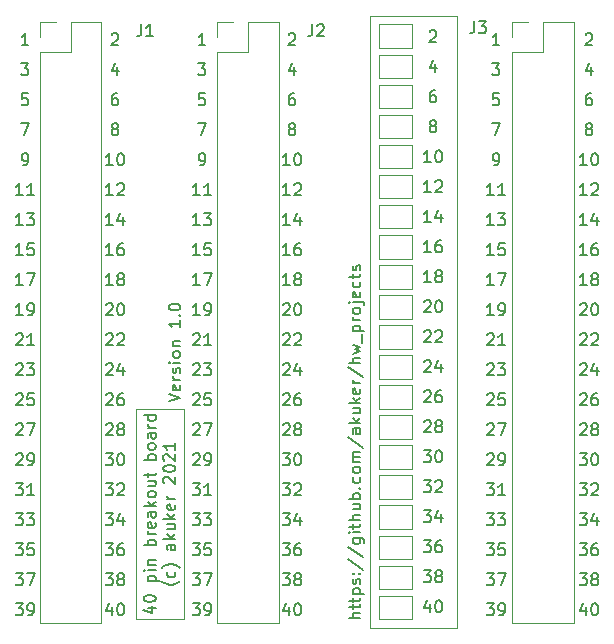
<source format=gbr>
%TF.GenerationSoftware,KiCad,Pcbnew,(5.1.9-16-g1737927814)-1*%
%TF.CreationDate,2021-05-16T11:48:57-05:00*%
%TF.ProjectId,40_pin_breakout,34305f70-696e-45f6-9272-65616b6f7574,rev?*%
%TF.SameCoordinates,Original*%
%TF.FileFunction,Legend,Top*%
%TF.FilePolarity,Positive*%
%FSLAX46Y46*%
G04 Gerber Fmt 4.6, Leading zero omitted, Abs format (unit mm)*
G04 Created by KiCad (PCBNEW (5.1.9-16-g1737927814)-1) date 2021-05-16 11:48:57*
%MOMM*%
%LPD*%
G01*
G04 APERTURE LIST*
%ADD10C,0.150000*%
%ADD11C,0.120000*%
G04 APERTURE END LIST*
D10*
X69556380Y-75818476D02*
X70556380Y-75485142D01*
X69556380Y-75151809D01*
X70508761Y-74437523D02*
X70556380Y-74532761D01*
X70556380Y-74723238D01*
X70508761Y-74818476D01*
X70413523Y-74866095D01*
X70032571Y-74866095D01*
X69937333Y-74818476D01*
X69889714Y-74723238D01*
X69889714Y-74532761D01*
X69937333Y-74437523D01*
X70032571Y-74389904D01*
X70127809Y-74389904D01*
X70223047Y-74866095D01*
X70556380Y-73961333D02*
X69889714Y-73961333D01*
X70080190Y-73961333D02*
X69984952Y-73913714D01*
X69937333Y-73866095D01*
X69889714Y-73770857D01*
X69889714Y-73675619D01*
X70508761Y-73389904D02*
X70556380Y-73294666D01*
X70556380Y-73104190D01*
X70508761Y-73008952D01*
X70413523Y-72961333D01*
X70365904Y-72961333D01*
X70270666Y-73008952D01*
X70223047Y-73104190D01*
X70223047Y-73247047D01*
X70175428Y-73342285D01*
X70080190Y-73389904D01*
X70032571Y-73389904D01*
X69937333Y-73342285D01*
X69889714Y-73247047D01*
X69889714Y-73104190D01*
X69937333Y-73008952D01*
X70556380Y-72532761D02*
X69889714Y-72532761D01*
X69556380Y-72532761D02*
X69604000Y-72580380D01*
X69651619Y-72532761D01*
X69604000Y-72485142D01*
X69556380Y-72532761D01*
X69651619Y-72532761D01*
X70556380Y-71913714D02*
X70508761Y-72008952D01*
X70461142Y-72056571D01*
X70365904Y-72104190D01*
X70080190Y-72104190D01*
X69984952Y-72056571D01*
X69937333Y-72008952D01*
X69889714Y-71913714D01*
X69889714Y-71770857D01*
X69937333Y-71675619D01*
X69984952Y-71628000D01*
X70080190Y-71580380D01*
X70365904Y-71580380D01*
X70461142Y-71628000D01*
X70508761Y-71675619D01*
X70556380Y-71770857D01*
X70556380Y-71913714D01*
X69889714Y-71151809D02*
X70556380Y-71151809D01*
X69984952Y-71151809D02*
X69937333Y-71104190D01*
X69889714Y-71008952D01*
X69889714Y-70866095D01*
X69937333Y-70770857D01*
X70032571Y-70723238D01*
X70556380Y-70723238D01*
X70556380Y-68961333D02*
X70556380Y-69532761D01*
X70556380Y-69247047D02*
X69556380Y-69247047D01*
X69699238Y-69342285D01*
X69794476Y-69437523D01*
X69842095Y-69532761D01*
X70461142Y-68532761D02*
X70508761Y-68485142D01*
X70556380Y-68532761D01*
X70508761Y-68580380D01*
X70461142Y-68532761D01*
X70556380Y-68532761D01*
X69556380Y-67866095D02*
X69556380Y-67770857D01*
X69604000Y-67675619D01*
X69651619Y-67628000D01*
X69746857Y-67580380D01*
X69937333Y-67532761D01*
X70175428Y-67532761D01*
X70365904Y-67580380D01*
X70461142Y-67628000D01*
X70508761Y-67675619D01*
X70556380Y-67770857D01*
X70556380Y-67866095D01*
X70508761Y-67961333D01*
X70461142Y-68008952D01*
X70365904Y-68056571D01*
X70175428Y-68104190D01*
X69937333Y-68104190D01*
X69746857Y-68056571D01*
X69651619Y-68008952D01*
X69604000Y-67961333D01*
X69556380Y-67866095D01*
D11*
X66802000Y-76454000D02*
X66802000Y-94234000D01*
X67056000Y-76454000D02*
X66802000Y-76454000D01*
X70866000Y-76454000D02*
X67056000Y-76454000D01*
X70866000Y-94234000D02*
X70866000Y-76454000D01*
X66802000Y-94234000D02*
X70866000Y-94234000D01*
D10*
X85796380Y-94152761D02*
X84796380Y-94152761D01*
X85796380Y-93724190D02*
X85272571Y-93724190D01*
X85177333Y-93771809D01*
X85129714Y-93867047D01*
X85129714Y-94009904D01*
X85177333Y-94105142D01*
X85224952Y-94152761D01*
X85129714Y-93390857D02*
X85129714Y-93009904D01*
X84796380Y-93248000D02*
X85653523Y-93248000D01*
X85748761Y-93200380D01*
X85796380Y-93105142D01*
X85796380Y-93009904D01*
X85129714Y-92819428D02*
X85129714Y-92438476D01*
X84796380Y-92676571D02*
X85653523Y-92676571D01*
X85748761Y-92628952D01*
X85796380Y-92533714D01*
X85796380Y-92438476D01*
X85129714Y-92105142D02*
X86129714Y-92105142D01*
X85177333Y-92105142D02*
X85129714Y-92009904D01*
X85129714Y-91819428D01*
X85177333Y-91724190D01*
X85224952Y-91676571D01*
X85320190Y-91628952D01*
X85605904Y-91628952D01*
X85701142Y-91676571D01*
X85748761Y-91724190D01*
X85796380Y-91819428D01*
X85796380Y-92009904D01*
X85748761Y-92105142D01*
X85748761Y-91248000D02*
X85796380Y-91152761D01*
X85796380Y-90962285D01*
X85748761Y-90867047D01*
X85653523Y-90819428D01*
X85605904Y-90819428D01*
X85510666Y-90867047D01*
X85463047Y-90962285D01*
X85463047Y-91105142D01*
X85415428Y-91200380D01*
X85320190Y-91248000D01*
X85272571Y-91248000D01*
X85177333Y-91200380D01*
X85129714Y-91105142D01*
X85129714Y-90962285D01*
X85177333Y-90867047D01*
X85701142Y-90390857D02*
X85748761Y-90343238D01*
X85796380Y-90390857D01*
X85748761Y-90438476D01*
X85701142Y-90390857D01*
X85796380Y-90390857D01*
X85177333Y-90390857D02*
X85224952Y-90343238D01*
X85272571Y-90390857D01*
X85224952Y-90438476D01*
X85177333Y-90390857D01*
X85272571Y-90390857D01*
X84748761Y-89200380D02*
X86034476Y-90057523D01*
X84748761Y-88152761D02*
X86034476Y-89009904D01*
X85129714Y-87390857D02*
X85939238Y-87390857D01*
X86034476Y-87438476D01*
X86082095Y-87486095D01*
X86129714Y-87581333D01*
X86129714Y-87724190D01*
X86082095Y-87819428D01*
X85748761Y-87390857D02*
X85796380Y-87486095D01*
X85796380Y-87676571D01*
X85748761Y-87771809D01*
X85701142Y-87819428D01*
X85605904Y-87867047D01*
X85320190Y-87867047D01*
X85224952Y-87819428D01*
X85177333Y-87771809D01*
X85129714Y-87676571D01*
X85129714Y-87486095D01*
X85177333Y-87390857D01*
X85796380Y-86914666D02*
X85129714Y-86914666D01*
X84796380Y-86914666D02*
X84844000Y-86962285D01*
X84891619Y-86914666D01*
X84844000Y-86867047D01*
X84796380Y-86914666D01*
X84891619Y-86914666D01*
X85129714Y-86581333D02*
X85129714Y-86200380D01*
X84796380Y-86438476D02*
X85653523Y-86438476D01*
X85748761Y-86390857D01*
X85796380Y-86295619D01*
X85796380Y-86200380D01*
X85796380Y-85867047D02*
X84796380Y-85867047D01*
X85796380Y-85438476D02*
X85272571Y-85438476D01*
X85177333Y-85486095D01*
X85129714Y-85581333D01*
X85129714Y-85724190D01*
X85177333Y-85819428D01*
X85224952Y-85867047D01*
X85129714Y-84533714D02*
X85796380Y-84533714D01*
X85129714Y-84962285D02*
X85653523Y-84962285D01*
X85748761Y-84914666D01*
X85796380Y-84819428D01*
X85796380Y-84676571D01*
X85748761Y-84581333D01*
X85701142Y-84533714D01*
X85796380Y-84057523D02*
X84796380Y-84057523D01*
X85177333Y-84057523D02*
X85129714Y-83962285D01*
X85129714Y-83771809D01*
X85177333Y-83676571D01*
X85224952Y-83628952D01*
X85320190Y-83581333D01*
X85605904Y-83581333D01*
X85701142Y-83628952D01*
X85748761Y-83676571D01*
X85796380Y-83771809D01*
X85796380Y-83962285D01*
X85748761Y-84057523D01*
X85701142Y-83152761D02*
X85748761Y-83105142D01*
X85796380Y-83152761D01*
X85748761Y-83200380D01*
X85701142Y-83152761D01*
X85796380Y-83152761D01*
X85748761Y-82248000D02*
X85796380Y-82343238D01*
X85796380Y-82533714D01*
X85748761Y-82628952D01*
X85701142Y-82676571D01*
X85605904Y-82724190D01*
X85320190Y-82724190D01*
X85224952Y-82676571D01*
X85177333Y-82628952D01*
X85129714Y-82533714D01*
X85129714Y-82343238D01*
X85177333Y-82248000D01*
X85796380Y-81676571D02*
X85748761Y-81771809D01*
X85701142Y-81819428D01*
X85605904Y-81867047D01*
X85320190Y-81867047D01*
X85224952Y-81819428D01*
X85177333Y-81771809D01*
X85129714Y-81676571D01*
X85129714Y-81533714D01*
X85177333Y-81438476D01*
X85224952Y-81390857D01*
X85320190Y-81343238D01*
X85605904Y-81343238D01*
X85701142Y-81390857D01*
X85748761Y-81438476D01*
X85796380Y-81533714D01*
X85796380Y-81676571D01*
X85796380Y-80914666D02*
X85129714Y-80914666D01*
X85224952Y-80914666D02*
X85177333Y-80867047D01*
X85129714Y-80771809D01*
X85129714Y-80628952D01*
X85177333Y-80533714D01*
X85272571Y-80486095D01*
X85796380Y-80486095D01*
X85272571Y-80486095D02*
X85177333Y-80438476D01*
X85129714Y-80343238D01*
X85129714Y-80200380D01*
X85177333Y-80105142D01*
X85272571Y-80057523D01*
X85796380Y-80057523D01*
X84748761Y-78867047D02*
X86034476Y-79724190D01*
X85796380Y-78105142D02*
X85272571Y-78105142D01*
X85177333Y-78152761D01*
X85129714Y-78248000D01*
X85129714Y-78438476D01*
X85177333Y-78533714D01*
X85748761Y-78105142D02*
X85796380Y-78200380D01*
X85796380Y-78438476D01*
X85748761Y-78533714D01*
X85653523Y-78581333D01*
X85558285Y-78581333D01*
X85463047Y-78533714D01*
X85415428Y-78438476D01*
X85415428Y-78200380D01*
X85367809Y-78105142D01*
X85796380Y-77628952D02*
X84796380Y-77628952D01*
X85415428Y-77533714D02*
X85796380Y-77248000D01*
X85129714Y-77248000D02*
X85510666Y-77628952D01*
X85129714Y-76390857D02*
X85796380Y-76390857D01*
X85129714Y-76819428D02*
X85653523Y-76819428D01*
X85748761Y-76771809D01*
X85796380Y-76676571D01*
X85796380Y-76533714D01*
X85748761Y-76438476D01*
X85701142Y-76390857D01*
X85796380Y-75914666D02*
X84796380Y-75914666D01*
X85415428Y-75819428D02*
X85796380Y-75533714D01*
X85129714Y-75533714D02*
X85510666Y-75914666D01*
X85748761Y-74724190D02*
X85796380Y-74819428D01*
X85796380Y-75009904D01*
X85748761Y-75105142D01*
X85653523Y-75152761D01*
X85272571Y-75152761D01*
X85177333Y-75105142D01*
X85129714Y-75009904D01*
X85129714Y-74819428D01*
X85177333Y-74724190D01*
X85272571Y-74676571D01*
X85367809Y-74676571D01*
X85463047Y-75152761D01*
X85796380Y-74248000D02*
X85129714Y-74248000D01*
X85320190Y-74248000D02*
X85224952Y-74200380D01*
X85177333Y-74152761D01*
X85129714Y-74057523D01*
X85129714Y-73962285D01*
X84748761Y-72914666D02*
X86034476Y-73771809D01*
X85796380Y-72581333D02*
X84796380Y-72581333D01*
X85796380Y-72152761D02*
X85272571Y-72152761D01*
X85177333Y-72200380D01*
X85129714Y-72295619D01*
X85129714Y-72438476D01*
X85177333Y-72533714D01*
X85224952Y-72581333D01*
X85129714Y-71771809D02*
X85796380Y-71581333D01*
X85320190Y-71390857D01*
X85796380Y-71200380D01*
X85129714Y-71009904D01*
X85891619Y-70867047D02*
X85891619Y-70105142D01*
X85129714Y-69867047D02*
X86129714Y-69867047D01*
X85177333Y-69867047D02*
X85129714Y-69771809D01*
X85129714Y-69581333D01*
X85177333Y-69486095D01*
X85224952Y-69438476D01*
X85320190Y-69390857D01*
X85605904Y-69390857D01*
X85701142Y-69438476D01*
X85748761Y-69486095D01*
X85796380Y-69581333D01*
X85796380Y-69771809D01*
X85748761Y-69867047D01*
X85796380Y-68962285D02*
X85129714Y-68962285D01*
X85320190Y-68962285D02*
X85224952Y-68914666D01*
X85177333Y-68867047D01*
X85129714Y-68771809D01*
X85129714Y-68676571D01*
X85796380Y-68200380D02*
X85748761Y-68295619D01*
X85701142Y-68343238D01*
X85605904Y-68390857D01*
X85320190Y-68390857D01*
X85224952Y-68343238D01*
X85177333Y-68295619D01*
X85129714Y-68200380D01*
X85129714Y-68057523D01*
X85177333Y-67962285D01*
X85224952Y-67914666D01*
X85320190Y-67867047D01*
X85605904Y-67867047D01*
X85701142Y-67914666D01*
X85748761Y-67962285D01*
X85796380Y-68057523D01*
X85796380Y-68200380D01*
X85129714Y-67438476D02*
X85986857Y-67438476D01*
X86082095Y-67486095D01*
X86129714Y-67581333D01*
X86129714Y-67628952D01*
X84796380Y-67438476D02*
X84844000Y-67486095D01*
X84891619Y-67438476D01*
X84844000Y-67390857D01*
X84796380Y-67438476D01*
X84891619Y-67438476D01*
X85748761Y-66581333D02*
X85796380Y-66676571D01*
X85796380Y-66867047D01*
X85748761Y-66962285D01*
X85653523Y-67009904D01*
X85272571Y-67009904D01*
X85177333Y-66962285D01*
X85129714Y-66867047D01*
X85129714Y-66676571D01*
X85177333Y-66581333D01*
X85272571Y-66533714D01*
X85367809Y-66533714D01*
X85463047Y-67009904D01*
X85748761Y-65676571D02*
X85796380Y-65771809D01*
X85796380Y-65962285D01*
X85748761Y-66057523D01*
X85701142Y-66105142D01*
X85605904Y-66152761D01*
X85320190Y-66152761D01*
X85224952Y-66105142D01*
X85177333Y-66057523D01*
X85129714Y-65962285D01*
X85129714Y-65771809D01*
X85177333Y-65676571D01*
X85129714Y-65390857D02*
X85129714Y-65009904D01*
X84796380Y-65248000D02*
X85653523Y-65248000D01*
X85748761Y-65200380D01*
X85796380Y-65105142D01*
X85796380Y-65009904D01*
X85748761Y-64724190D02*
X85796380Y-64628952D01*
X85796380Y-64438476D01*
X85748761Y-64343238D01*
X85653523Y-64295619D01*
X85605904Y-64295619D01*
X85510666Y-64343238D01*
X85463047Y-64438476D01*
X85463047Y-64581333D01*
X85415428Y-64676571D01*
X85320190Y-64724190D01*
X85272571Y-64724190D01*
X85177333Y-64676571D01*
X85129714Y-64581333D01*
X85129714Y-64438476D01*
X85177333Y-64343238D01*
X67794714Y-93272571D02*
X68461380Y-93272571D01*
X67413761Y-93510666D02*
X68128047Y-93748761D01*
X68128047Y-93129714D01*
X67461380Y-92558285D02*
X67461380Y-92463047D01*
X67509000Y-92367809D01*
X67556619Y-92320190D01*
X67651857Y-92272571D01*
X67842333Y-92224952D01*
X68080428Y-92224952D01*
X68270904Y-92272571D01*
X68366142Y-92320190D01*
X68413761Y-92367809D01*
X68461380Y-92463047D01*
X68461380Y-92558285D01*
X68413761Y-92653523D01*
X68366142Y-92701142D01*
X68270904Y-92748761D01*
X68080428Y-92796380D01*
X67842333Y-92796380D01*
X67651857Y-92748761D01*
X67556619Y-92701142D01*
X67509000Y-92653523D01*
X67461380Y-92558285D01*
X67794714Y-91034476D02*
X68794714Y-91034476D01*
X67842333Y-91034476D02*
X67794714Y-90939238D01*
X67794714Y-90748761D01*
X67842333Y-90653523D01*
X67889952Y-90605904D01*
X67985190Y-90558285D01*
X68270904Y-90558285D01*
X68366142Y-90605904D01*
X68413761Y-90653523D01*
X68461380Y-90748761D01*
X68461380Y-90939238D01*
X68413761Y-91034476D01*
X68461380Y-90129714D02*
X67794714Y-90129714D01*
X67461380Y-90129714D02*
X67509000Y-90177333D01*
X67556619Y-90129714D01*
X67509000Y-90082095D01*
X67461380Y-90129714D01*
X67556619Y-90129714D01*
X67794714Y-89653523D02*
X68461380Y-89653523D01*
X67889952Y-89653523D02*
X67842333Y-89605904D01*
X67794714Y-89510666D01*
X67794714Y-89367809D01*
X67842333Y-89272571D01*
X67937571Y-89224952D01*
X68461380Y-89224952D01*
X68461380Y-87986857D02*
X67461380Y-87986857D01*
X67842333Y-87986857D02*
X67794714Y-87891619D01*
X67794714Y-87701142D01*
X67842333Y-87605904D01*
X67889952Y-87558285D01*
X67985190Y-87510666D01*
X68270904Y-87510666D01*
X68366142Y-87558285D01*
X68413761Y-87605904D01*
X68461380Y-87701142D01*
X68461380Y-87891619D01*
X68413761Y-87986857D01*
X68461380Y-87082095D02*
X67794714Y-87082095D01*
X67985190Y-87082095D02*
X67889952Y-87034476D01*
X67842333Y-86986857D01*
X67794714Y-86891619D01*
X67794714Y-86796380D01*
X68413761Y-86082095D02*
X68461380Y-86177333D01*
X68461380Y-86367809D01*
X68413761Y-86463047D01*
X68318523Y-86510666D01*
X67937571Y-86510666D01*
X67842333Y-86463047D01*
X67794714Y-86367809D01*
X67794714Y-86177333D01*
X67842333Y-86082095D01*
X67937571Y-86034476D01*
X68032809Y-86034476D01*
X68128047Y-86510666D01*
X68461380Y-85177333D02*
X67937571Y-85177333D01*
X67842333Y-85224952D01*
X67794714Y-85320190D01*
X67794714Y-85510666D01*
X67842333Y-85605904D01*
X68413761Y-85177333D02*
X68461380Y-85272571D01*
X68461380Y-85510666D01*
X68413761Y-85605904D01*
X68318523Y-85653523D01*
X68223285Y-85653523D01*
X68128047Y-85605904D01*
X68080428Y-85510666D01*
X68080428Y-85272571D01*
X68032809Y-85177333D01*
X68461380Y-84701142D02*
X67461380Y-84701142D01*
X68080428Y-84605904D02*
X68461380Y-84320190D01*
X67794714Y-84320190D02*
X68175666Y-84701142D01*
X68461380Y-83748761D02*
X68413761Y-83844000D01*
X68366142Y-83891619D01*
X68270904Y-83939238D01*
X67985190Y-83939238D01*
X67889952Y-83891619D01*
X67842333Y-83844000D01*
X67794714Y-83748761D01*
X67794714Y-83605904D01*
X67842333Y-83510666D01*
X67889952Y-83463047D01*
X67985190Y-83415428D01*
X68270904Y-83415428D01*
X68366142Y-83463047D01*
X68413761Y-83510666D01*
X68461380Y-83605904D01*
X68461380Y-83748761D01*
X67794714Y-82558285D02*
X68461380Y-82558285D01*
X67794714Y-82986857D02*
X68318523Y-82986857D01*
X68413761Y-82939238D01*
X68461380Y-82844000D01*
X68461380Y-82701142D01*
X68413761Y-82605904D01*
X68366142Y-82558285D01*
X67794714Y-82224952D02*
X67794714Y-81844000D01*
X67461380Y-82082095D02*
X68318523Y-82082095D01*
X68413761Y-82034476D01*
X68461380Y-81939238D01*
X68461380Y-81844000D01*
X68461380Y-80748761D02*
X67461380Y-80748761D01*
X67842333Y-80748761D02*
X67794714Y-80653523D01*
X67794714Y-80463047D01*
X67842333Y-80367809D01*
X67889952Y-80320190D01*
X67985190Y-80272571D01*
X68270904Y-80272571D01*
X68366142Y-80320190D01*
X68413761Y-80367809D01*
X68461380Y-80463047D01*
X68461380Y-80653523D01*
X68413761Y-80748761D01*
X68461380Y-79701142D02*
X68413761Y-79796380D01*
X68366142Y-79844000D01*
X68270904Y-79891619D01*
X67985190Y-79891619D01*
X67889952Y-79844000D01*
X67842333Y-79796380D01*
X67794714Y-79701142D01*
X67794714Y-79558285D01*
X67842333Y-79463047D01*
X67889952Y-79415428D01*
X67985190Y-79367809D01*
X68270904Y-79367809D01*
X68366142Y-79415428D01*
X68413761Y-79463047D01*
X68461380Y-79558285D01*
X68461380Y-79701142D01*
X68461380Y-78510666D02*
X67937571Y-78510666D01*
X67842333Y-78558285D01*
X67794714Y-78653523D01*
X67794714Y-78844000D01*
X67842333Y-78939238D01*
X68413761Y-78510666D02*
X68461380Y-78605904D01*
X68461380Y-78844000D01*
X68413761Y-78939238D01*
X68318523Y-78986857D01*
X68223285Y-78986857D01*
X68128047Y-78939238D01*
X68080428Y-78844000D01*
X68080428Y-78605904D01*
X68032809Y-78510666D01*
X68461380Y-78034476D02*
X67794714Y-78034476D01*
X67985190Y-78034476D02*
X67889952Y-77986857D01*
X67842333Y-77939238D01*
X67794714Y-77844000D01*
X67794714Y-77748761D01*
X68461380Y-76986857D02*
X67461380Y-76986857D01*
X68413761Y-76986857D02*
X68461380Y-77082095D01*
X68461380Y-77272571D01*
X68413761Y-77367809D01*
X68366142Y-77415428D01*
X68270904Y-77463047D01*
X67985190Y-77463047D01*
X67889952Y-77415428D01*
X67842333Y-77367809D01*
X67794714Y-77272571D01*
X67794714Y-77082095D01*
X67842333Y-76986857D01*
X70492333Y-91034476D02*
X70444714Y-91082095D01*
X70301857Y-91177333D01*
X70206619Y-91224952D01*
X70063761Y-91272571D01*
X69825666Y-91320190D01*
X69635190Y-91320190D01*
X69397095Y-91272571D01*
X69254238Y-91224952D01*
X69159000Y-91177333D01*
X69016142Y-91082095D01*
X68968523Y-91034476D01*
X70063761Y-90224952D02*
X70111380Y-90320190D01*
X70111380Y-90510666D01*
X70063761Y-90605904D01*
X70016142Y-90653523D01*
X69920904Y-90701142D01*
X69635190Y-90701142D01*
X69539952Y-90653523D01*
X69492333Y-90605904D01*
X69444714Y-90510666D01*
X69444714Y-90320190D01*
X69492333Y-90224952D01*
X70492333Y-89891619D02*
X70444714Y-89844000D01*
X70301857Y-89748761D01*
X70206619Y-89701142D01*
X70063761Y-89653523D01*
X69825666Y-89605904D01*
X69635190Y-89605904D01*
X69397095Y-89653523D01*
X69254238Y-89701142D01*
X69159000Y-89748761D01*
X69016142Y-89844000D01*
X68968523Y-89891619D01*
X70111380Y-87939238D02*
X69587571Y-87939238D01*
X69492333Y-87986857D01*
X69444714Y-88082095D01*
X69444714Y-88272571D01*
X69492333Y-88367809D01*
X70063761Y-87939238D02*
X70111380Y-88034476D01*
X70111380Y-88272571D01*
X70063761Y-88367809D01*
X69968523Y-88415428D01*
X69873285Y-88415428D01*
X69778047Y-88367809D01*
X69730428Y-88272571D01*
X69730428Y-88034476D01*
X69682809Y-87939238D01*
X70111380Y-87463047D02*
X69111380Y-87463047D01*
X69730428Y-87367809D02*
X70111380Y-87082095D01*
X69444714Y-87082095D02*
X69825666Y-87463047D01*
X69444714Y-86224952D02*
X70111380Y-86224952D01*
X69444714Y-86653523D02*
X69968523Y-86653523D01*
X70063761Y-86605904D01*
X70111380Y-86510666D01*
X70111380Y-86367809D01*
X70063761Y-86272571D01*
X70016142Y-86224952D01*
X70111380Y-85748761D02*
X69111380Y-85748761D01*
X69730428Y-85653523D02*
X70111380Y-85367809D01*
X69444714Y-85367809D02*
X69825666Y-85748761D01*
X70063761Y-84558285D02*
X70111380Y-84653523D01*
X70111380Y-84844000D01*
X70063761Y-84939238D01*
X69968523Y-84986857D01*
X69587571Y-84986857D01*
X69492333Y-84939238D01*
X69444714Y-84844000D01*
X69444714Y-84653523D01*
X69492333Y-84558285D01*
X69587571Y-84510666D01*
X69682809Y-84510666D01*
X69778047Y-84986857D01*
X70111380Y-84082095D02*
X69444714Y-84082095D01*
X69635190Y-84082095D02*
X69539952Y-84034476D01*
X69492333Y-83986857D01*
X69444714Y-83891619D01*
X69444714Y-83796380D01*
X69206619Y-82748761D02*
X69159000Y-82701142D01*
X69111380Y-82605904D01*
X69111380Y-82367809D01*
X69159000Y-82272571D01*
X69206619Y-82224952D01*
X69301857Y-82177333D01*
X69397095Y-82177333D01*
X69539952Y-82224952D01*
X70111380Y-82796380D01*
X70111380Y-82177333D01*
X69111380Y-81558285D02*
X69111380Y-81463047D01*
X69159000Y-81367809D01*
X69206619Y-81320190D01*
X69301857Y-81272571D01*
X69492333Y-81224952D01*
X69730428Y-81224952D01*
X69920904Y-81272571D01*
X70016142Y-81320190D01*
X70063761Y-81367809D01*
X70111380Y-81463047D01*
X70111380Y-81558285D01*
X70063761Y-81653523D01*
X70016142Y-81701142D01*
X69920904Y-81748761D01*
X69730428Y-81796380D01*
X69492333Y-81796380D01*
X69301857Y-81748761D01*
X69206619Y-81701142D01*
X69159000Y-81653523D01*
X69111380Y-81558285D01*
X69206619Y-80844000D02*
X69159000Y-80796380D01*
X69111380Y-80701142D01*
X69111380Y-80463047D01*
X69159000Y-80367809D01*
X69206619Y-80320190D01*
X69301857Y-80272571D01*
X69397095Y-80272571D01*
X69539952Y-80320190D01*
X70111380Y-80891619D01*
X70111380Y-80272571D01*
X70111380Y-79320190D02*
X70111380Y-79891619D01*
X70111380Y-79605904D02*
X69111380Y-79605904D01*
X69254238Y-79701142D01*
X69349476Y-79796380D01*
X69397095Y-79891619D01*
D11*
X86614000Y-94996000D02*
X86614000Y-43180000D01*
X93980000Y-94996000D02*
X86614000Y-94996000D01*
X93980000Y-43180000D02*
X93980000Y-94996000D01*
X86614000Y-43180000D02*
X93980000Y-43180000D01*
D10*
X97091523Y-65984380D02*
X96520095Y-65984380D01*
X96805809Y-65984380D02*
X96805809Y-64984380D01*
X96710571Y-65127238D01*
X96615333Y-65222476D01*
X96520095Y-65270095D01*
X97424857Y-64984380D02*
X98091523Y-64984380D01*
X97662952Y-65984380D01*
X96520095Y-75239619D02*
X96567714Y-75192000D01*
X96662952Y-75144380D01*
X96901047Y-75144380D01*
X96996285Y-75192000D01*
X97043904Y-75239619D01*
X97091523Y-75334857D01*
X97091523Y-75430095D01*
X97043904Y-75572952D01*
X96472476Y-76144380D01*
X97091523Y-76144380D01*
X97996285Y-75144380D02*
X97520095Y-75144380D01*
X97472476Y-75620571D01*
X97520095Y-75572952D01*
X97615333Y-75525333D01*
X97853428Y-75525333D01*
X97948666Y-75572952D01*
X97996285Y-75620571D01*
X98043904Y-75715809D01*
X98043904Y-75953904D01*
X97996285Y-76049142D01*
X97948666Y-76096761D01*
X97853428Y-76144380D01*
X97615333Y-76144380D01*
X97520095Y-76096761D01*
X97472476Y-76049142D01*
X97567714Y-45664380D02*
X96996285Y-45664380D01*
X97282000Y-45664380D02*
X97282000Y-44664380D01*
X97186761Y-44807238D01*
X97091523Y-44902476D01*
X96996285Y-44950095D01*
X97091523Y-58364380D02*
X96520095Y-58364380D01*
X96805809Y-58364380D02*
X96805809Y-57364380D01*
X96710571Y-57507238D01*
X96615333Y-57602476D01*
X96520095Y-57650095D01*
X98043904Y-58364380D02*
X97472476Y-58364380D01*
X97758190Y-58364380D02*
X97758190Y-57364380D01*
X97662952Y-57507238D01*
X97567714Y-57602476D01*
X97472476Y-57650095D01*
X96520095Y-77779619D02*
X96567714Y-77732000D01*
X96662952Y-77684380D01*
X96901047Y-77684380D01*
X96996285Y-77732000D01*
X97043904Y-77779619D01*
X97091523Y-77874857D01*
X97091523Y-77970095D01*
X97043904Y-78112952D01*
X96472476Y-78684380D01*
X97091523Y-78684380D01*
X97424857Y-77684380D02*
X98091523Y-77684380D01*
X97662952Y-78684380D01*
X97091523Y-63444380D02*
X96520095Y-63444380D01*
X96805809Y-63444380D02*
X96805809Y-62444380D01*
X96710571Y-62587238D01*
X96615333Y-62682476D01*
X96520095Y-62730095D01*
X97996285Y-62444380D02*
X97520095Y-62444380D01*
X97472476Y-62920571D01*
X97520095Y-62872952D01*
X97615333Y-62825333D01*
X97853428Y-62825333D01*
X97948666Y-62872952D01*
X97996285Y-62920571D01*
X98043904Y-63015809D01*
X98043904Y-63253904D01*
X97996285Y-63349142D01*
X97948666Y-63396761D01*
X97853428Y-63444380D01*
X97615333Y-63444380D01*
X97520095Y-63396761D01*
X97472476Y-63349142D01*
X96472476Y-90384380D02*
X97091523Y-90384380D01*
X96758190Y-90765333D01*
X96901047Y-90765333D01*
X96996285Y-90812952D01*
X97043904Y-90860571D01*
X97091523Y-90955809D01*
X97091523Y-91193904D01*
X97043904Y-91289142D01*
X96996285Y-91336761D01*
X96901047Y-91384380D01*
X96615333Y-91384380D01*
X96520095Y-91336761D01*
X96472476Y-91289142D01*
X97424857Y-90384380D02*
X98091523Y-90384380D01*
X97662952Y-91384380D01*
X96472476Y-87844380D02*
X97091523Y-87844380D01*
X96758190Y-88225333D01*
X96901047Y-88225333D01*
X96996285Y-88272952D01*
X97043904Y-88320571D01*
X97091523Y-88415809D01*
X97091523Y-88653904D01*
X97043904Y-88749142D01*
X96996285Y-88796761D01*
X96901047Y-88844380D01*
X96615333Y-88844380D01*
X96520095Y-88796761D01*
X96472476Y-88749142D01*
X97996285Y-87844380D02*
X97520095Y-87844380D01*
X97472476Y-88320571D01*
X97520095Y-88272952D01*
X97615333Y-88225333D01*
X97853428Y-88225333D01*
X97948666Y-88272952D01*
X97996285Y-88320571D01*
X98043904Y-88415809D01*
X98043904Y-88653904D01*
X97996285Y-88749142D01*
X97948666Y-88796761D01*
X97853428Y-88844380D01*
X97615333Y-88844380D01*
X97520095Y-88796761D01*
X97472476Y-88749142D01*
X97091523Y-60904380D02*
X96520095Y-60904380D01*
X96805809Y-60904380D02*
X96805809Y-59904380D01*
X96710571Y-60047238D01*
X96615333Y-60142476D01*
X96520095Y-60190095D01*
X97424857Y-59904380D02*
X98043904Y-59904380D01*
X97710571Y-60285333D01*
X97853428Y-60285333D01*
X97948666Y-60332952D01*
X97996285Y-60380571D01*
X98043904Y-60475809D01*
X98043904Y-60713904D01*
X97996285Y-60809142D01*
X97948666Y-60856761D01*
X97853428Y-60904380D01*
X97567714Y-60904380D01*
X97472476Y-60856761D01*
X97424857Y-60809142D01*
X96948666Y-47204380D02*
X97567714Y-47204380D01*
X97234380Y-47585333D01*
X97377238Y-47585333D01*
X97472476Y-47632952D01*
X97520095Y-47680571D01*
X97567714Y-47775809D01*
X97567714Y-48013904D01*
X97520095Y-48109142D01*
X97472476Y-48156761D01*
X97377238Y-48204380D01*
X97091523Y-48204380D01*
X96996285Y-48156761D01*
X96948666Y-48109142D01*
X96948666Y-52284380D02*
X97615333Y-52284380D01*
X97186761Y-53284380D01*
X96520095Y-72699619D02*
X96567714Y-72652000D01*
X96662952Y-72604380D01*
X96901047Y-72604380D01*
X96996285Y-72652000D01*
X97043904Y-72699619D01*
X97091523Y-72794857D01*
X97091523Y-72890095D01*
X97043904Y-73032952D01*
X96472476Y-73604380D01*
X97091523Y-73604380D01*
X97424857Y-72604380D02*
X98043904Y-72604380D01*
X97710571Y-72985333D01*
X97853428Y-72985333D01*
X97948666Y-73032952D01*
X97996285Y-73080571D01*
X98043904Y-73175809D01*
X98043904Y-73413904D01*
X97996285Y-73509142D01*
X97948666Y-73556761D01*
X97853428Y-73604380D01*
X97567714Y-73604380D01*
X97472476Y-73556761D01*
X97424857Y-73509142D01*
X97520095Y-49744380D02*
X97043904Y-49744380D01*
X96996285Y-50220571D01*
X97043904Y-50172952D01*
X97139142Y-50125333D01*
X97377238Y-50125333D01*
X97472476Y-50172952D01*
X97520095Y-50220571D01*
X97567714Y-50315809D01*
X97567714Y-50553904D01*
X97520095Y-50649142D01*
X97472476Y-50696761D01*
X97377238Y-50744380D01*
X97139142Y-50744380D01*
X97043904Y-50696761D01*
X96996285Y-50649142D01*
X96472476Y-82764380D02*
X97091523Y-82764380D01*
X96758190Y-83145333D01*
X96901047Y-83145333D01*
X96996285Y-83192952D01*
X97043904Y-83240571D01*
X97091523Y-83335809D01*
X97091523Y-83573904D01*
X97043904Y-83669142D01*
X96996285Y-83716761D01*
X96901047Y-83764380D01*
X96615333Y-83764380D01*
X96520095Y-83716761D01*
X96472476Y-83669142D01*
X98043904Y-83764380D02*
X97472476Y-83764380D01*
X97758190Y-83764380D02*
X97758190Y-82764380D01*
X97662952Y-82907238D01*
X97567714Y-83002476D01*
X97472476Y-83050095D01*
X97091523Y-55824380D02*
X97282000Y-55824380D01*
X97377238Y-55776761D01*
X97424857Y-55729142D01*
X97520095Y-55586285D01*
X97567714Y-55395809D01*
X97567714Y-55014857D01*
X97520095Y-54919619D01*
X97472476Y-54872000D01*
X97377238Y-54824380D01*
X97186761Y-54824380D01*
X97091523Y-54872000D01*
X97043904Y-54919619D01*
X96996285Y-55014857D01*
X96996285Y-55252952D01*
X97043904Y-55348190D01*
X97091523Y-55395809D01*
X97186761Y-55443428D01*
X97377238Y-55443428D01*
X97472476Y-55395809D01*
X97520095Y-55348190D01*
X97567714Y-55252952D01*
X96520095Y-80319619D02*
X96567714Y-80272000D01*
X96662952Y-80224380D01*
X96901047Y-80224380D01*
X96996285Y-80272000D01*
X97043904Y-80319619D01*
X97091523Y-80414857D01*
X97091523Y-80510095D01*
X97043904Y-80652952D01*
X96472476Y-81224380D01*
X97091523Y-81224380D01*
X97567714Y-81224380D02*
X97758190Y-81224380D01*
X97853428Y-81176761D01*
X97901047Y-81129142D01*
X97996285Y-80986285D01*
X98043904Y-80795809D01*
X98043904Y-80414857D01*
X97996285Y-80319619D01*
X97948666Y-80272000D01*
X97853428Y-80224380D01*
X97662952Y-80224380D01*
X97567714Y-80272000D01*
X97520095Y-80319619D01*
X97472476Y-80414857D01*
X97472476Y-80652952D01*
X97520095Y-80748190D01*
X97567714Y-80795809D01*
X97662952Y-80843428D01*
X97853428Y-80843428D01*
X97948666Y-80795809D01*
X97996285Y-80748190D01*
X98043904Y-80652952D01*
X96520095Y-70159619D02*
X96567714Y-70112000D01*
X96662952Y-70064380D01*
X96901047Y-70064380D01*
X96996285Y-70112000D01*
X97043904Y-70159619D01*
X97091523Y-70254857D01*
X97091523Y-70350095D01*
X97043904Y-70492952D01*
X96472476Y-71064380D01*
X97091523Y-71064380D01*
X98043904Y-71064380D02*
X97472476Y-71064380D01*
X97758190Y-71064380D02*
X97758190Y-70064380D01*
X97662952Y-70207238D01*
X97567714Y-70302476D01*
X97472476Y-70350095D01*
X96472476Y-92924380D02*
X97091523Y-92924380D01*
X96758190Y-93305333D01*
X96901047Y-93305333D01*
X96996285Y-93352952D01*
X97043904Y-93400571D01*
X97091523Y-93495809D01*
X97091523Y-93733904D01*
X97043904Y-93829142D01*
X96996285Y-93876761D01*
X96901047Y-93924380D01*
X96615333Y-93924380D01*
X96520095Y-93876761D01*
X96472476Y-93829142D01*
X97567714Y-93924380D02*
X97758190Y-93924380D01*
X97853428Y-93876761D01*
X97901047Y-93829142D01*
X97996285Y-93686285D01*
X98043904Y-93495809D01*
X98043904Y-93114857D01*
X97996285Y-93019619D01*
X97948666Y-92972000D01*
X97853428Y-92924380D01*
X97662952Y-92924380D01*
X97567714Y-92972000D01*
X97520095Y-93019619D01*
X97472476Y-93114857D01*
X97472476Y-93352952D01*
X97520095Y-93448190D01*
X97567714Y-93495809D01*
X97662952Y-93543428D01*
X97853428Y-93543428D01*
X97948666Y-93495809D01*
X97996285Y-93448190D01*
X98043904Y-93352952D01*
X97091523Y-68524380D02*
X96520095Y-68524380D01*
X96805809Y-68524380D02*
X96805809Y-67524380D01*
X96710571Y-67667238D01*
X96615333Y-67762476D01*
X96520095Y-67810095D01*
X97567714Y-68524380D02*
X97758190Y-68524380D01*
X97853428Y-68476761D01*
X97901047Y-68429142D01*
X97996285Y-68286285D01*
X98043904Y-68095809D01*
X98043904Y-67714857D01*
X97996285Y-67619619D01*
X97948666Y-67572000D01*
X97853428Y-67524380D01*
X97662952Y-67524380D01*
X97567714Y-67572000D01*
X97520095Y-67619619D01*
X97472476Y-67714857D01*
X97472476Y-67952952D01*
X97520095Y-68048190D01*
X97567714Y-68095809D01*
X97662952Y-68143428D01*
X97853428Y-68143428D01*
X97948666Y-68095809D01*
X97996285Y-68048190D01*
X98043904Y-67952952D01*
X96472476Y-85304380D02*
X97091523Y-85304380D01*
X96758190Y-85685333D01*
X96901047Y-85685333D01*
X96996285Y-85732952D01*
X97043904Y-85780571D01*
X97091523Y-85875809D01*
X97091523Y-86113904D01*
X97043904Y-86209142D01*
X96996285Y-86256761D01*
X96901047Y-86304380D01*
X96615333Y-86304380D01*
X96520095Y-86256761D01*
X96472476Y-86209142D01*
X97424857Y-85304380D02*
X98043904Y-85304380D01*
X97710571Y-85685333D01*
X97853428Y-85685333D01*
X97948666Y-85732952D01*
X97996285Y-85780571D01*
X98043904Y-85875809D01*
X98043904Y-86113904D01*
X97996285Y-86209142D01*
X97948666Y-86256761D01*
X97853428Y-86304380D01*
X97567714Y-86304380D01*
X97472476Y-86256761D01*
X97424857Y-86209142D01*
X72628095Y-49744380D02*
X72151904Y-49744380D01*
X72104285Y-50220571D01*
X72151904Y-50172952D01*
X72247142Y-50125333D01*
X72485238Y-50125333D01*
X72580476Y-50172952D01*
X72628095Y-50220571D01*
X72675714Y-50315809D01*
X72675714Y-50553904D01*
X72628095Y-50649142D01*
X72580476Y-50696761D01*
X72485238Y-50744380D01*
X72247142Y-50744380D01*
X72151904Y-50696761D01*
X72104285Y-50649142D01*
X72675714Y-45664380D02*
X72104285Y-45664380D01*
X72390000Y-45664380D02*
X72390000Y-44664380D01*
X72294761Y-44807238D01*
X72199523Y-44902476D01*
X72104285Y-44950095D01*
X71580476Y-82764380D02*
X72199523Y-82764380D01*
X71866190Y-83145333D01*
X72009047Y-83145333D01*
X72104285Y-83192952D01*
X72151904Y-83240571D01*
X72199523Y-83335809D01*
X72199523Y-83573904D01*
X72151904Y-83669142D01*
X72104285Y-83716761D01*
X72009047Y-83764380D01*
X71723333Y-83764380D01*
X71628095Y-83716761D01*
X71580476Y-83669142D01*
X73151904Y-83764380D02*
X72580476Y-83764380D01*
X72866190Y-83764380D02*
X72866190Y-82764380D01*
X72770952Y-82907238D01*
X72675714Y-83002476D01*
X72580476Y-83050095D01*
X72056666Y-47204380D02*
X72675714Y-47204380D01*
X72342380Y-47585333D01*
X72485238Y-47585333D01*
X72580476Y-47632952D01*
X72628095Y-47680571D01*
X72675714Y-47775809D01*
X72675714Y-48013904D01*
X72628095Y-48109142D01*
X72580476Y-48156761D01*
X72485238Y-48204380D01*
X72199523Y-48204380D01*
X72104285Y-48156761D01*
X72056666Y-48109142D01*
X71580476Y-87844380D02*
X72199523Y-87844380D01*
X71866190Y-88225333D01*
X72009047Y-88225333D01*
X72104285Y-88272952D01*
X72151904Y-88320571D01*
X72199523Y-88415809D01*
X72199523Y-88653904D01*
X72151904Y-88749142D01*
X72104285Y-88796761D01*
X72009047Y-88844380D01*
X71723333Y-88844380D01*
X71628095Y-88796761D01*
X71580476Y-88749142D01*
X73104285Y-87844380D02*
X72628095Y-87844380D01*
X72580476Y-88320571D01*
X72628095Y-88272952D01*
X72723333Y-88225333D01*
X72961428Y-88225333D01*
X73056666Y-88272952D01*
X73104285Y-88320571D01*
X73151904Y-88415809D01*
X73151904Y-88653904D01*
X73104285Y-88749142D01*
X73056666Y-88796761D01*
X72961428Y-88844380D01*
X72723333Y-88844380D01*
X72628095Y-88796761D01*
X72580476Y-88749142D01*
X71580476Y-85304380D02*
X72199523Y-85304380D01*
X71866190Y-85685333D01*
X72009047Y-85685333D01*
X72104285Y-85732952D01*
X72151904Y-85780571D01*
X72199523Y-85875809D01*
X72199523Y-86113904D01*
X72151904Y-86209142D01*
X72104285Y-86256761D01*
X72009047Y-86304380D01*
X71723333Y-86304380D01*
X71628095Y-86256761D01*
X71580476Y-86209142D01*
X72532857Y-85304380D02*
X73151904Y-85304380D01*
X72818571Y-85685333D01*
X72961428Y-85685333D01*
X73056666Y-85732952D01*
X73104285Y-85780571D01*
X73151904Y-85875809D01*
X73151904Y-86113904D01*
X73104285Y-86209142D01*
X73056666Y-86256761D01*
X72961428Y-86304380D01*
X72675714Y-86304380D01*
X72580476Y-86256761D01*
X72532857Y-86209142D01*
X72199523Y-58364380D02*
X71628095Y-58364380D01*
X71913809Y-58364380D02*
X71913809Y-57364380D01*
X71818571Y-57507238D01*
X71723333Y-57602476D01*
X71628095Y-57650095D01*
X73151904Y-58364380D02*
X72580476Y-58364380D01*
X72866190Y-58364380D02*
X72866190Y-57364380D01*
X72770952Y-57507238D01*
X72675714Y-57602476D01*
X72580476Y-57650095D01*
X71628095Y-77779619D02*
X71675714Y-77732000D01*
X71770952Y-77684380D01*
X72009047Y-77684380D01*
X72104285Y-77732000D01*
X72151904Y-77779619D01*
X72199523Y-77874857D01*
X72199523Y-77970095D01*
X72151904Y-78112952D01*
X71580476Y-78684380D01*
X72199523Y-78684380D01*
X72532857Y-77684380D02*
X73199523Y-77684380D01*
X72770952Y-78684380D01*
X71628095Y-75239619D02*
X71675714Y-75192000D01*
X71770952Y-75144380D01*
X72009047Y-75144380D01*
X72104285Y-75192000D01*
X72151904Y-75239619D01*
X72199523Y-75334857D01*
X72199523Y-75430095D01*
X72151904Y-75572952D01*
X71580476Y-76144380D01*
X72199523Y-76144380D01*
X73104285Y-75144380D02*
X72628095Y-75144380D01*
X72580476Y-75620571D01*
X72628095Y-75572952D01*
X72723333Y-75525333D01*
X72961428Y-75525333D01*
X73056666Y-75572952D01*
X73104285Y-75620571D01*
X73151904Y-75715809D01*
X73151904Y-75953904D01*
X73104285Y-76049142D01*
X73056666Y-76096761D01*
X72961428Y-76144380D01*
X72723333Y-76144380D01*
X72628095Y-76096761D01*
X72580476Y-76049142D01*
X72199523Y-65984380D02*
X71628095Y-65984380D01*
X71913809Y-65984380D02*
X71913809Y-64984380D01*
X71818571Y-65127238D01*
X71723333Y-65222476D01*
X71628095Y-65270095D01*
X72532857Y-64984380D02*
X73199523Y-64984380D01*
X72770952Y-65984380D01*
X72199523Y-63444380D02*
X71628095Y-63444380D01*
X71913809Y-63444380D02*
X71913809Y-62444380D01*
X71818571Y-62587238D01*
X71723333Y-62682476D01*
X71628095Y-62730095D01*
X73104285Y-62444380D02*
X72628095Y-62444380D01*
X72580476Y-62920571D01*
X72628095Y-62872952D01*
X72723333Y-62825333D01*
X72961428Y-62825333D01*
X73056666Y-62872952D01*
X73104285Y-62920571D01*
X73151904Y-63015809D01*
X73151904Y-63253904D01*
X73104285Y-63349142D01*
X73056666Y-63396761D01*
X72961428Y-63444380D01*
X72723333Y-63444380D01*
X72628095Y-63396761D01*
X72580476Y-63349142D01*
X72199523Y-60904380D02*
X71628095Y-60904380D01*
X71913809Y-60904380D02*
X71913809Y-59904380D01*
X71818571Y-60047238D01*
X71723333Y-60142476D01*
X71628095Y-60190095D01*
X72532857Y-59904380D02*
X73151904Y-59904380D01*
X72818571Y-60285333D01*
X72961428Y-60285333D01*
X73056666Y-60332952D01*
X73104285Y-60380571D01*
X73151904Y-60475809D01*
X73151904Y-60713904D01*
X73104285Y-60809142D01*
X73056666Y-60856761D01*
X72961428Y-60904380D01*
X72675714Y-60904380D01*
X72580476Y-60856761D01*
X72532857Y-60809142D01*
X72056666Y-52284380D02*
X72723333Y-52284380D01*
X72294761Y-53284380D01*
X71628095Y-80319619D02*
X71675714Y-80272000D01*
X71770952Y-80224380D01*
X72009047Y-80224380D01*
X72104285Y-80272000D01*
X72151904Y-80319619D01*
X72199523Y-80414857D01*
X72199523Y-80510095D01*
X72151904Y-80652952D01*
X71580476Y-81224380D01*
X72199523Y-81224380D01*
X72675714Y-81224380D02*
X72866190Y-81224380D01*
X72961428Y-81176761D01*
X73009047Y-81129142D01*
X73104285Y-80986285D01*
X73151904Y-80795809D01*
X73151904Y-80414857D01*
X73104285Y-80319619D01*
X73056666Y-80272000D01*
X72961428Y-80224380D01*
X72770952Y-80224380D01*
X72675714Y-80272000D01*
X72628095Y-80319619D01*
X72580476Y-80414857D01*
X72580476Y-80652952D01*
X72628095Y-80748190D01*
X72675714Y-80795809D01*
X72770952Y-80843428D01*
X72961428Y-80843428D01*
X73056666Y-80795809D01*
X73104285Y-80748190D01*
X73151904Y-80652952D01*
X71628095Y-72699619D02*
X71675714Y-72652000D01*
X71770952Y-72604380D01*
X72009047Y-72604380D01*
X72104285Y-72652000D01*
X72151904Y-72699619D01*
X72199523Y-72794857D01*
X72199523Y-72890095D01*
X72151904Y-73032952D01*
X71580476Y-73604380D01*
X72199523Y-73604380D01*
X72532857Y-72604380D02*
X73151904Y-72604380D01*
X72818571Y-72985333D01*
X72961428Y-72985333D01*
X73056666Y-73032952D01*
X73104285Y-73080571D01*
X73151904Y-73175809D01*
X73151904Y-73413904D01*
X73104285Y-73509142D01*
X73056666Y-73556761D01*
X72961428Y-73604380D01*
X72675714Y-73604380D01*
X72580476Y-73556761D01*
X72532857Y-73509142D01*
X71628095Y-70159619D02*
X71675714Y-70112000D01*
X71770952Y-70064380D01*
X72009047Y-70064380D01*
X72104285Y-70112000D01*
X72151904Y-70159619D01*
X72199523Y-70254857D01*
X72199523Y-70350095D01*
X72151904Y-70492952D01*
X71580476Y-71064380D01*
X72199523Y-71064380D01*
X73151904Y-71064380D02*
X72580476Y-71064380D01*
X72866190Y-71064380D02*
X72866190Y-70064380D01*
X72770952Y-70207238D01*
X72675714Y-70302476D01*
X72580476Y-70350095D01*
X72199523Y-68524380D02*
X71628095Y-68524380D01*
X71913809Y-68524380D02*
X71913809Y-67524380D01*
X71818571Y-67667238D01*
X71723333Y-67762476D01*
X71628095Y-67810095D01*
X72675714Y-68524380D02*
X72866190Y-68524380D01*
X72961428Y-68476761D01*
X73009047Y-68429142D01*
X73104285Y-68286285D01*
X73151904Y-68095809D01*
X73151904Y-67714857D01*
X73104285Y-67619619D01*
X73056666Y-67572000D01*
X72961428Y-67524380D01*
X72770952Y-67524380D01*
X72675714Y-67572000D01*
X72628095Y-67619619D01*
X72580476Y-67714857D01*
X72580476Y-67952952D01*
X72628095Y-68048190D01*
X72675714Y-68095809D01*
X72770952Y-68143428D01*
X72961428Y-68143428D01*
X73056666Y-68095809D01*
X73104285Y-68048190D01*
X73151904Y-67952952D01*
X72199523Y-55824380D02*
X72390000Y-55824380D01*
X72485238Y-55776761D01*
X72532857Y-55729142D01*
X72628095Y-55586285D01*
X72675714Y-55395809D01*
X72675714Y-55014857D01*
X72628095Y-54919619D01*
X72580476Y-54872000D01*
X72485238Y-54824380D01*
X72294761Y-54824380D01*
X72199523Y-54872000D01*
X72151904Y-54919619D01*
X72104285Y-55014857D01*
X72104285Y-55252952D01*
X72151904Y-55348190D01*
X72199523Y-55395809D01*
X72294761Y-55443428D01*
X72485238Y-55443428D01*
X72580476Y-55395809D01*
X72628095Y-55348190D01*
X72675714Y-55252952D01*
X71580476Y-92924380D02*
X72199523Y-92924380D01*
X71866190Y-93305333D01*
X72009047Y-93305333D01*
X72104285Y-93352952D01*
X72151904Y-93400571D01*
X72199523Y-93495809D01*
X72199523Y-93733904D01*
X72151904Y-93829142D01*
X72104285Y-93876761D01*
X72009047Y-93924380D01*
X71723333Y-93924380D01*
X71628095Y-93876761D01*
X71580476Y-93829142D01*
X72675714Y-93924380D02*
X72866190Y-93924380D01*
X72961428Y-93876761D01*
X73009047Y-93829142D01*
X73104285Y-93686285D01*
X73151904Y-93495809D01*
X73151904Y-93114857D01*
X73104285Y-93019619D01*
X73056666Y-92972000D01*
X72961428Y-92924380D01*
X72770952Y-92924380D01*
X72675714Y-92972000D01*
X72628095Y-93019619D01*
X72580476Y-93114857D01*
X72580476Y-93352952D01*
X72628095Y-93448190D01*
X72675714Y-93495809D01*
X72770952Y-93543428D01*
X72961428Y-93543428D01*
X73056666Y-93495809D01*
X73104285Y-93448190D01*
X73151904Y-93352952D01*
X71580476Y-90384380D02*
X72199523Y-90384380D01*
X71866190Y-90765333D01*
X72009047Y-90765333D01*
X72104285Y-90812952D01*
X72151904Y-90860571D01*
X72199523Y-90955809D01*
X72199523Y-91193904D01*
X72151904Y-91289142D01*
X72104285Y-91336761D01*
X72009047Y-91384380D01*
X71723333Y-91384380D01*
X71628095Y-91336761D01*
X71580476Y-91289142D01*
X72532857Y-90384380D02*
X73199523Y-90384380D01*
X72770952Y-91384380D01*
X57642095Y-49744380D02*
X57165904Y-49744380D01*
X57118285Y-50220571D01*
X57165904Y-50172952D01*
X57261142Y-50125333D01*
X57499238Y-50125333D01*
X57594476Y-50172952D01*
X57642095Y-50220571D01*
X57689714Y-50315809D01*
X57689714Y-50553904D01*
X57642095Y-50649142D01*
X57594476Y-50696761D01*
X57499238Y-50744380D01*
X57261142Y-50744380D01*
X57165904Y-50696761D01*
X57118285Y-50649142D01*
X57689714Y-45664380D02*
X57118285Y-45664380D01*
X57404000Y-45664380D02*
X57404000Y-44664380D01*
X57308761Y-44807238D01*
X57213523Y-44902476D01*
X57118285Y-44950095D01*
X56594476Y-82764380D02*
X57213523Y-82764380D01*
X56880190Y-83145333D01*
X57023047Y-83145333D01*
X57118285Y-83192952D01*
X57165904Y-83240571D01*
X57213523Y-83335809D01*
X57213523Y-83573904D01*
X57165904Y-83669142D01*
X57118285Y-83716761D01*
X57023047Y-83764380D01*
X56737333Y-83764380D01*
X56642095Y-83716761D01*
X56594476Y-83669142D01*
X58165904Y-83764380D02*
X57594476Y-83764380D01*
X57880190Y-83764380D02*
X57880190Y-82764380D01*
X57784952Y-82907238D01*
X57689714Y-83002476D01*
X57594476Y-83050095D01*
X57070666Y-47204380D02*
X57689714Y-47204380D01*
X57356380Y-47585333D01*
X57499238Y-47585333D01*
X57594476Y-47632952D01*
X57642095Y-47680571D01*
X57689714Y-47775809D01*
X57689714Y-48013904D01*
X57642095Y-48109142D01*
X57594476Y-48156761D01*
X57499238Y-48204380D01*
X57213523Y-48204380D01*
X57118285Y-48156761D01*
X57070666Y-48109142D01*
X56594476Y-87844380D02*
X57213523Y-87844380D01*
X56880190Y-88225333D01*
X57023047Y-88225333D01*
X57118285Y-88272952D01*
X57165904Y-88320571D01*
X57213523Y-88415809D01*
X57213523Y-88653904D01*
X57165904Y-88749142D01*
X57118285Y-88796761D01*
X57023047Y-88844380D01*
X56737333Y-88844380D01*
X56642095Y-88796761D01*
X56594476Y-88749142D01*
X58118285Y-87844380D02*
X57642095Y-87844380D01*
X57594476Y-88320571D01*
X57642095Y-88272952D01*
X57737333Y-88225333D01*
X57975428Y-88225333D01*
X58070666Y-88272952D01*
X58118285Y-88320571D01*
X58165904Y-88415809D01*
X58165904Y-88653904D01*
X58118285Y-88749142D01*
X58070666Y-88796761D01*
X57975428Y-88844380D01*
X57737333Y-88844380D01*
X57642095Y-88796761D01*
X57594476Y-88749142D01*
X56594476Y-85304380D02*
X57213523Y-85304380D01*
X56880190Y-85685333D01*
X57023047Y-85685333D01*
X57118285Y-85732952D01*
X57165904Y-85780571D01*
X57213523Y-85875809D01*
X57213523Y-86113904D01*
X57165904Y-86209142D01*
X57118285Y-86256761D01*
X57023047Y-86304380D01*
X56737333Y-86304380D01*
X56642095Y-86256761D01*
X56594476Y-86209142D01*
X57546857Y-85304380D02*
X58165904Y-85304380D01*
X57832571Y-85685333D01*
X57975428Y-85685333D01*
X58070666Y-85732952D01*
X58118285Y-85780571D01*
X58165904Y-85875809D01*
X58165904Y-86113904D01*
X58118285Y-86209142D01*
X58070666Y-86256761D01*
X57975428Y-86304380D01*
X57689714Y-86304380D01*
X57594476Y-86256761D01*
X57546857Y-86209142D01*
X57213523Y-58364380D02*
X56642095Y-58364380D01*
X56927809Y-58364380D02*
X56927809Y-57364380D01*
X56832571Y-57507238D01*
X56737333Y-57602476D01*
X56642095Y-57650095D01*
X58165904Y-58364380D02*
X57594476Y-58364380D01*
X57880190Y-58364380D02*
X57880190Y-57364380D01*
X57784952Y-57507238D01*
X57689714Y-57602476D01*
X57594476Y-57650095D01*
X56642095Y-77779619D02*
X56689714Y-77732000D01*
X56784952Y-77684380D01*
X57023047Y-77684380D01*
X57118285Y-77732000D01*
X57165904Y-77779619D01*
X57213523Y-77874857D01*
X57213523Y-77970095D01*
X57165904Y-78112952D01*
X56594476Y-78684380D01*
X57213523Y-78684380D01*
X57546857Y-77684380D02*
X58213523Y-77684380D01*
X57784952Y-78684380D01*
X56642095Y-75239619D02*
X56689714Y-75192000D01*
X56784952Y-75144380D01*
X57023047Y-75144380D01*
X57118285Y-75192000D01*
X57165904Y-75239619D01*
X57213523Y-75334857D01*
X57213523Y-75430095D01*
X57165904Y-75572952D01*
X56594476Y-76144380D01*
X57213523Y-76144380D01*
X58118285Y-75144380D02*
X57642095Y-75144380D01*
X57594476Y-75620571D01*
X57642095Y-75572952D01*
X57737333Y-75525333D01*
X57975428Y-75525333D01*
X58070666Y-75572952D01*
X58118285Y-75620571D01*
X58165904Y-75715809D01*
X58165904Y-75953904D01*
X58118285Y-76049142D01*
X58070666Y-76096761D01*
X57975428Y-76144380D01*
X57737333Y-76144380D01*
X57642095Y-76096761D01*
X57594476Y-76049142D01*
X57213523Y-65984380D02*
X56642095Y-65984380D01*
X56927809Y-65984380D02*
X56927809Y-64984380D01*
X56832571Y-65127238D01*
X56737333Y-65222476D01*
X56642095Y-65270095D01*
X57546857Y-64984380D02*
X58213523Y-64984380D01*
X57784952Y-65984380D01*
X57213523Y-63444380D02*
X56642095Y-63444380D01*
X56927809Y-63444380D02*
X56927809Y-62444380D01*
X56832571Y-62587238D01*
X56737333Y-62682476D01*
X56642095Y-62730095D01*
X58118285Y-62444380D02*
X57642095Y-62444380D01*
X57594476Y-62920571D01*
X57642095Y-62872952D01*
X57737333Y-62825333D01*
X57975428Y-62825333D01*
X58070666Y-62872952D01*
X58118285Y-62920571D01*
X58165904Y-63015809D01*
X58165904Y-63253904D01*
X58118285Y-63349142D01*
X58070666Y-63396761D01*
X57975428Y-63444380D01*
X57737333Y-63444380D01*
X57642095Y-63396761D01*
X57594476Y-63349142D01*
X57213523Y-60904380D02*
X56642095Y-60904380D01*
X56927809Y-60904380D02*
X56927809Y-59904380D01*
X56832571Y-60047238D01*
X56737333Y-60142476D01*
X56642095Y-60190095D01*
X57546857Y-59904380D02*
X58165904Y-59904380D01*
X57832571Y-60285333D01*
X57975428Y-60285333D01*
X58070666Y-60332952D01*
X58118285Y-60380571D01*
X58165904Y-60475809D01*
X58165904Y-60713904D01*
X58118285Y-60809142D01*
X58070666Y-60856761D01*
X57975428Y-60904380D01*
X57689714Y-60904380D01*
X57594476Y-60856761D01*
X57546857Y-60809142D01*
X57070666Y-52284380D02*
X57737333Y-52284380D01*
X57308761Y-53284380D01*
X56642095Y-80319619D02*
X56689714Y-80272000D01*
X56784952Y-80224380D01*
X57023047Y-80224380D01*
X57118285Y-80272000D01*
X57165904Y-80319619D01*
X57213523Y-80414857D01*
X57213523Y-80510095D01*
X57165904Y-80652952D01*
X56594476Y-81224380D01*
X57213523Y-81224380D01*
X57689714Y-81224380D02*
X57880190Y-81224380D01*
X57975428Y-81176761D01*
X58023047Y-81129142D01*
X58118285Y-80986285D01*
X58165904Y-80795809D01*
X58165904Y-80414857D01*
X58118285Y-80319619D01*
X58070666Y-80272000D01*
X57975428Y-80224380D01*
X57784952Y-80224380D01*
X57689714Y-80272000D01*
X57642095Y-80319619D01*
X57594476Y-80414857D01*
X57594476Y-80652952D01*
X57642095Y-80748190D01*
X57689714Y-80795809D01*
X57784952Y-80843428D01*
X57975428Y-80843428D01*
X58070666Y-80795809D01*
X58118285Y-80748190D01*
X58165904Y-80652952D01*
X56642095Y-72699619D02*
X56689714Y-72652000D01*
X56784952Y-72604380D01*
X57023047Y-72604380D01*
X57118285Y-72652000D01*
X57165904Y-72699619D01*
X57213523Y-72794857D01*
X57213523Y-72890095D01*
X57165904Y-73032952D01*
X56594476Y-73604380D01*
X57213523Y-73604380D01*
X57546857Y-72604380D02*
X58165904Y-72604380D01*
X57832571Y-72985333D01*
X57975428Y-72985333D01*
X58070666Y-73032952D01*
X58118285Y-73080571D01*
X58165904Y-73175809D01*
X58165904Y-73413904D01*
X58118285Y-73509142D01*
X58070666Y-73556761D01*
X57975428Y-73604380D01*
X57689714Y-73604380D01*
X57594476Y-73556761D01*
X57546857Y-73509142D01*
X56642095Y-70159619D02*
X56689714Y-70112000D01*
X56784952Y-70064380D01*
X57023047Y-70064380D01*
X57118285Y-70112000D01*
X57165904Y-70159619D01*
X57213523Y-70254857D01*
X57213523Y-70350095D01*
X57165904Y-70492952D01*
X56594476Y-71064380D01*
X57213523Y-71064380D01*
X58165904Y-71064380D02*
X57594476Y-71064380D01*
X57880190Y-71064380D02*
X57880190Y-70064380D01*
X57784952Y-70207238D01*
X57689714Y-70302476D01*
X57594476Y-70350095D01*
X57213523Y-68524380D02*
X56642095Y-68524380D01*
X56927809Y-68524380D02*
X56927809Y-67524380D01*
X56832571Y-67667238D01*
X56737333Y-67762476D01*
X56642095Y-67810095D01*
X57689714Y-68524380D02*
X57880190Y-68524380D01*
X57975428Y-68476761D01*
X58023047Y-68429142D01*
X58118285Y-68286285D01*
X58165904Y-68095809D01*
X58165904Y-67714857D01*
X58118285Y-67619619D01*
X58070666Y-67572000D01*
X57975428Y-67524380D01*
X57784952Y-67524380D01*
X57689714Y-67572000D01*
X57642095Y-67619619D01*
X57594476Y-67714857D01*
X57594476Y-67952952D01*
X57642095Y-68048190D01*
X57689714Y-68095809D01*
X57784952Y-68143428D01*
X57975428Y-68143428D01*
X58070666Y-68095809D01*
X58118285Y-68048190D01*
X58165904Y-67952952D01*
X57213523Y-55824380D02*
X57404000Y-55824380D01*
X57499238Y-55776761D01*
X57546857Y-55729142D01*
X57642095Y-55586285D01*
X57689714Y-55395809D01*
X57689714Y-55014857D01*
X57642095Y-54919619D01*
X57594476Y-54872000D01*
X57499238Y-54824380D01*
X57308761Y-54824380D01*
X57213523Y-54872000D01*
X57165904Y-54919619D01*
X57118285Y-55014857D01*
X57118285Y-55252952D01*
X57165904Y-55348190D01*
X57213523Y-55395809D01*
X57308761Y-55443428D01*
X57499238Y-55443428D01*
X57594476Y-55395809D01*
X57642095Y-55348190D01*
X57689714Y-55252952D01*
X56594476Y-92924380D02*
X57213523Y-92924380D01*
X56880190Y-93305333D01*
X57023047Y-93305333D01*
X57118285Y-93352952D01*
X57165904Y-93400571D01*
X57213523Y-93495809D01*
X57213523Y-93733904D01*
X57165904Y-93829142D01*
X57118285Y-93876761D01*
X57023047Y-93924380D01*
X56737333Y-93924380D01*
X56642095Y-93876761D01*
X56594476Y-93829142D01*
X57689714Y-93924380D02*
X57880190Y-93924380D01*
X57975428Y-93876761D01*
X58023047Y-93829142D01*
X58118285Y-93686285D01*
X58165904Y-93495809D01*
X58165904Y-93114857D01*
X58118285Y-93019619D01*
X58070666Y-92972000D01*
X57975428Y-92924380D01*
X57784952Y-92924380D01*
X57689714Y-92972000D01*
X57642095Y-93019619D01*
X57594476Y-93114857D01*
X57594476Y-93352952D01*
X57642095Y-93448190D01*
X57689714Y-93495809D01*
X57784952Y-93543428D01*
X57975428Y-93543428D01*
X58070666Y-93495809D01*
X58118285Y-93448190D01*
X58165904Y-93352952D01*
X56594476Y-90384380D02*
X57213523Y-90384380D01*
X56880190Y-90765333D01*
X57023047Y-90765333D01*
X57118285Y-90812952D01*
X57165904Y-90860571D01*
X57213523Y-90955809D01*
X57213523Y-91193904D01*
X57165904Y-91289142D01*
X57118285Y-91336761D01*
X57023047Y-91384380D01*
X56737333Y-91384380D01*
X56642095Y-91336761D01*
X56594476Y-91289142D01*
X57546857Y-90384380D02*
X58213523Y-90384380D01*
X57784952Y-91384380D01*
X104346476Y-82764380D02*
X104965523Y-82764380D01*
X104632190Y-83145333D01*
X104775047Y-83145333D01*
X104870285Y-83192952D01*
X104917904Y-83240571D01*
X104965523Y-83335809D01*
X104965523Y-83573904D01*
X104917904Y-83669142D01*
X104870285Y-83716761D01*
X104775047Y-83764380D01*
X104489333Y-83764380D01*
X104394095Y-83716761D01*
X104346476Y-83669142D01*
X105346476Y-82859619D02*
X105394095Y-82812000D01*
X105489333Y-82764380D01*
X105727428Y-82764380D01*
X105822666Y-82812000D01*
X105870285Y-82859619D01*
X105917904Y-82954857D01*
X105917904Y-83050095D01*
X105870285Y-83192952D01*
X105298857Y-83764380D01*
X105917904Y-83764380D01*
X104394095Y-72699619D02*
X104441714Y-72652000D01*
X104536952Y-72604380D01*
X104775047Y-72604380D01*
X104870285Y-72652000D01*
X104917904Y-72699619D01*
X104965523Y-72794857D01*
X104965523Y-72890095D01*
X104917904Y-73032952D01*
X104346476Y-73604380D01*
X104965523Y-73604380D01*
X105822666Y-72937714D02*
X105822666Y-73604380D01*
X105584571Y-72556761D02*
X105346476Y-73271047D01*
X105965523Y-73271047D01*
X104394095Y-67619619D02*
X104441714Y-67572000D01*
X104536952Y-67524380D01*
X104775047Y-67524380D01*
X104870285Y-67572000D01*
X104917904Y-67619619D01*
X104965523Y-67714857D01*
X104965523Y-67810095D01*
X104917904Y-67952952D01*
X104346476Y-68524380D01*
X104965523Y-68524380D01*
X105584571Y-67524380D02*
X105679809Y-67524380D01*
X105775047Y-67572000D01*
X105822666Y-67619619D01*
X105870285Y-67714857D01*
X105917904Y-67905333D01*
X105917904Y-68143428D01*
X105870285Y-68333904D01*
X105822666Y-68429142D01*
X105775047Y-68476761D01*
X105679809Y-68524380D01*
X105584571Y-68524380D01*
X105489333Y-68476761D01*
X105441714Y-68429142D01*
X105394095Y-68333904D01*
X105346476Y-68143428D01*
X105346476Y-67905333D01*
X105394095Y-67714857D01*
X105441714Y-67619619D01*
X105489333Y-67572000D01*
X105584571Y-67524380D01*
X104346476Y-87844380D02*
X104965523Y-87844380D01*
X104632190Y-88225333D01*
X104775047Y-88225333D01*
X104870285Y-88272952D01*
X104917904Y-88320571D01*
X104965523Y-88415809D01*
X104965523Y-88653904D01*
X104917904Y-88749142D01*
X104870285Y-88796761D01*
X104775047Y-88844380D01*
X104489333Y-88844380D01*
X104394095Y-88796761D01*
X104346476Y-88749142D01*
X105822666Y-87844380D02*
X105632190Y-87844380D01*
X105536952Y-87892000D01*
X105489333Y-87939619D01*
X105394095Y-88082476D01*
X105346476Y-88272952D01*
X105346476Y-88653904D01*
X105394095Y-88749142D01*
X105441714Y-88796761D01*
X105536952Y-88844380D01*
X105727428Y-88844380D01*
X105822666Y-88796761D01*
X105870285Y-88749142D01*
X105917904Y-88653904D01*
X105917904Y-88415809D01*
X105870285Y-88320571D01*
X105822666Y-88272952D01*
X105727428Y-88225333D01*
X105536952Y-88225333D01*
X105441714Y-88272952D01*
X105394095Y-88320571D01*
X105346476Y-88415809D01*
X104870285Y-93257714D02*
X104870285Y-93924380D01*
X104632190Y-92876761D02*
X104394095Y-93591047D01*
X105013142Y-93591047D01*
X105584571Y-92924380D02*
X105679809Y-92924380D01*
X105775047Y-92972000D01*
X105822666Y-93019619D01*
X105870285Y-93114857D01*
X105917904Y-93305333D01*
X105917904Y-93543428D01*
X105870285Y-93733904D01*
X105822666Y-93829142D01*
X105775047Y-93876761D01*
X105679809Y-93924380D01*
X105584571Y-93924380D01*
X105489333Y-93876761D01*
X105441714Y-93829142D01*
X105394095Y-93733904D01*
X105346476Y-93543428D01*
X105346476Y-93305333D01*
X105394095Y-93114857D01*
X105441714Y-93019619D01*
X105489333Y-92972000D01*
X105584571Y-92924380D01*
X104346476Y-90384380D02*
X104965523Y-90384380D01*
X104632190Y-90765333D01*
X104775047Y-90765333D01*
X104870285Y-90812952D01*
X104917904Y-90860571D01*
X104965523Y-90955809D01*
X104965523Y-91193904D01*
X104917904Y-91289142D01*
X104870285Y-91336761D01*
X104775047Y-91384380D01*
X104489333Y-91384380D01*
X104394095Y-91336761D01*
X104346476Y-91289142D01*
X105536952Y-90812952D02*
X105441714Y-90765333D01*
X105394095Y-90717714D01*
X105346476Y-90622476D01*
X105346476Y-90574857D01*
X105394095Y-90479619D01*
X105441714Y-90432000D01*
X105536952Y-90384380D01*
X105727428Y-90384380D01*
X105822666Y-90432000D01*
X105870285Y-90479619D01*
X105917904Y-90574857D01*
X105917904Y-90622476D01*
X105870285Y-90717714D01*
X105822666Y-90765333D01*
X105727428Y-90812952D01*
X105536952Y-90812952D01*
X105441714Y-90860571D01*
X105394095Y-90908190D01*
X105346476Y-91003428D01*
X105346476Y-91193904D01*
X105394095Y-91289142D01*
X105441714Y-91336761D01*
X105536952Y-91384380D01*
X105727428Y-91384380D01*
X105822666Y-91336761D01*
X105870285Y-91289142D01*
X105917904Y-91193904D01*
X105917904Y-91003428D01*
X105870285Y-90908190D01*
X105822666Y-90860571D01*
X105727428Y-90812952D01*
X104965523Y-55824380D02*
X104394095Y-55824380D01*
X104679809Y-55824380D02*
X104679809Y-54824380D01*
X104584571Y-54967238D01*
X104489333Y-55062476D01*
X104394095Y-55110095D01*
X105584571Y-54824380D02*
X105679809Y-54824380D01*
X105775047Y-54872000D01*
X105822666Y-54919619D01*
X105870285Y-55014857D01*
X105917904Y-55205333D01*
X105917904Y-55443428D01*
X105870285Y-55633904D01*
X105822666Y-55729142D01*
X105775047Y-55776761D01*
X105679809Y-55824380D01*
X105584571Y-55824380D01*
X105489333Y-55776761D01*
X105441714Y-55729142D01*
X105394095Y-55633904D01*
X105346476Y-55443428D01*
X105346476Y-55205333D01*
X105394095Y-55014857D01*
X105441714Y-54919619D01*
X105489333Y-54872000D01*
X105584571Y-54824380D01*
X104965523Y-58364380D02*
X104394095Y-58364380D01*
X104679809Y-58364380D02*
X104679809Y-57364380D01*
X104584571Y-57507238D01*
X104489333Y-57602476D01*
X104394095Y-57650095D01*
X105346476Y-57459619D02*
X105394095Y-57412000D01*
X105489333Y-57364380D01*
X105727428Y-57364380D01*
X105822666Y-57412000D01*
X105870285Y-57459619D01*
X105917904Y-57554857D01*
X105917904Y-57650095D01*
X105870285Y-57792952D01*
X105298857Y-58364380D01*
X105917904Y-58364380D01*
X104394095Y-70159619D02*
X104441714Y-70112000D01*
X104536952Y-70064380D01*
X104775047Y-70064380D01*
X104870285Y-70112000D01*
X104917904Y-70159619D01*
X104965523Y-70254857D01*
X104965523Y-70350095D01*
X104917904Y-70492952D01*
X104346476Y-71064380D01*
X104965523Y-71064380D01*
X105346476Y-70159619D02*
X105394095Y-70112000D01*
X105489333Y-70064380D01*
X105727428Y-70064380D01*
X105822666Y-70112000D01*
X105870285Y-70159619D01*
X105917904Y-70254857D01*
X105917904Y-70350095D01*
X105870285Y-70492952D01*
X105298857Y-71064380D01*
X105917904Y-71064380D01*
X104394095Y-75239619D02*
X104441714Y-75192000D01*
X104536952Y-75144380D01*
X104775047Y-75144380D01*
X104870285Y-75192000D01*
X104917904Y-75239619D01*
X104965523Y-75334857D01*
X104965523Y-75430095D01*
X104917904Y-75572952D01*
X104346476Y-76144380D01*
X104965523Y-76144380D01*
X105822666Y-75144380D02*
X105632190Y-75144380D01*
X105536952Y-75192000D01*
X105489333Y-75239619D01*
X105394095Y-75382476D01*
X105346476Y-75572952D01*
X105346476Y-75953904D01*
X105394095Y-76049142D01*
X105441714Y-76096761D01*
X105536952Y-76144380D01*
X105727428Y-76144380D01*
X105822666Y-76096761D01*
X105870285Y-76049142D01*
X105917904Y-75953904D01*
X105917904Y-75715809D01*
X105870285Y-75620571D01*
X105822666Y-75572952D01*
X105727428Y-75525333D01*
X105536952Y-75525333D01*
X105441714Y-75572952D01*
X105394095Y-75620571D01*
X105346476Y-75715809D01*
X104965523Y-65984380D02*
X104394095Y-65984380D01*
X104679809Y-65984380D02*
X104679809Y-64984380D01*
X104584571Y-65127238D01*
X104489333Y-65222476D01*
X104394095Y-65270095D01*
X105536952Y-65412952D02*
X105441714Y-65365333D01*
X105394095Y-65317714D01*
X105346476Y-65222476D01*
X105346476Y-65174857D01*
X105394095Y-65079619D01*
X105441714Y-65032000D01*
X105536952Y-64984380D01*
X105727428Y-64984380D01*
X105822666Y-65032000D01*
X105870285Y-65079619D01*
X105917904Y-65174857D01*
X105917904Y-65222476D01*
X105870285Y-65317714D01*
X105822666Y-65365333D01*
X105727428Y-65412952D01*
X105536952Y-65412952D01*
X105441714Y-65460571D01*
X105394095Y-65508190D01*
X105346476Y-65603428D01*
X105346476Y-65793904D01*
X105394095Y-65889142D01*
X105441714Y-65936761D01*
X105536952Y-65984380D01*
X105727428Y-65984380D01*
X105822666Y-65936761D01*
X105870285Y-65889142D01*
X105917904Y-65793904D01*
X105917904Y-65603428D01*
X105870285Y-65508190D01*
X105822666Y-65460571D01*
X105727428Y-65412952D01*
X105060761Y-52712952D02*
X104965523Y-52665333D01*
X104917904Y-52617714D01*
X104870285Y-52522476D01*
X104870285Y-52474857D01*
X104917904Y-52379619D01*
X104965523Y-52332000D01*
X105060761Y-52284380D01*
X105251238Y-52284380D01*
X105346476Y-52332000D01*
X105394095Y-52379619D01*
X105441714Y-52474857D01*
X105441714Y-52522476D01*
X105394095Y-52617714D01*
X105346476Y-52665333D01*
X105251238Y-52712952D01*
X105060761Y-52712952D01*
X104965523Y-52760571D01*
X104917904Y-52808190D01*
X104870285Y-52903428D01*
X104870285Y-53093904D01*
X104917904Y-53189142D01*
X104965523Y-53236761D01*
X105060761Y-53284380D01*
X105251238Y-53284380D01*
X105346476Y-53236761D01*
X105394095Y-53189142D01*
X105441714Y-53093904D01*
X105441714Y-52903428D01*
X105394095Y-52808190D01*
X105346476Y-52760571D01*
X105251238Y-52712952D01*
X104965523Y-63444380D02*
X104394095Y-63444380D01*
X104679809Y-63444380D02*
X104679809Y-62444380D01*
X104584571Y-62587238D01*
X104489333Y-62682476D01*
X104394095Y-62730095D01*
X105822666Y-62444380D02*
X105632190Y-62444380D01*
X105536952Y-62492000D01*
X105489333Y-62539619D01*
X105394095Y-62682476D01*
X105346476Y-62872952D01*
X105346476Y-63253904D01*
X105394095Y-63349142D01*
X105441714Y-63396761D01*
X105536952Y-63444380D01*
X105727428Y-63444380D01*
X105822666Y-63396761D01*
X105870285Y-63349142D01*
X105917904Y-63253904D01*
X105917904Y-63015809D01*
X105870285Y-62920571D01*
X105822666Y-62872952D01*
X105727428Y-62825333D01*
X105536952Y-62825333D01*
X105441714Y-62872952D01*
X105394095Y-62920571D01*
X105346476Y-63015809D01*
X104965523Y-60904380D02*
X104394095Y-60904380D01*
X104679809Y-60904380D02*
X104679809Y-59904380D01*
X104584571Y-60047238D01*
X104489333Y-60142476D01*
X104394095Y-60190095D01*
X105822666Y-60237714D02*
X105822666Y-60904380D01*
X105584571Y-59856761D02*
X105346476Y-60571047D01*
X105965523Y-60571047D01*
X104346476Y-85304380D02*
X104965523Y-85304380D01*
X104632190Y-85685333D01*
X104775047Y-85685333D01*
X104870285Y-85732952D01*
X104917904Y-85780571D01*
X104965523Y-85875809D01*
X104965523Y-86113904D01*
X104917904Y-86209142D01*
X104870285Y-86256761D01*
X104775047Y-86304380D01*
X104489333Y-86304380D01*
X104394095Y-86256761D01*
X104346476Y-86209142D01*
X105822666Y-85637714D02*
X105822666Y-86304380D01*
X105584571Y-85256761D02*
X105346476Y-85971047D01*
X105965523Y-85971047D01*
X104394095Y-77779619D02*
X104441714Y-77732000D01*
X104536952Y-77684380D01*
X104775047Y-77684380D01*
X104870285Y-77732000D01*
X104917904Y-77779619D01*
X104965523Y-77874857D01*
X104965523Y-77970095D01*
X104917904Y-78112952D01*
X104346476Y-78684380D01*
X104965523Y-78684380D01*
X105536952Y-78112952D02*
X105441714Y-78065333D01*
X105394095Y-78017714D01*
X105346476Y-77922476D01*
X105346476Y-77874857D01*
X105394095Y-77779619D01*
X105441714Y-77732000D01*
X105536952Y-77684380D01*
X105727428Y-77684380D01*
X105822666Y-77732000D01*
X105870285Y-77779619D01*
X105917904Y-77874857D01*
X105917904Y-77922476D01*
X105870285Y-78017714D01*
X105822666Y-78065333D01*
X105727428Y-78112952D01*
X105536952Y-78112952D01*
X105441714Y-78160571D01*
X105394095Y-78208190D01*
X105346476Y-78303428D01*
X105346476Y-78493904D01*
X105394095Y-78589142D01*
X105441714Y-78636761D01*
X105536952Y-78684380D01*
X105727428Y-78684380D01*
X105822666Y-78636761D01*
X105870285Y-78589142D01*
X105917904Y-78493904D01*
X105917904Y-78303428D01*
X105870285Y-78208190D01*
X105822666Y-78160571D01*
X105727428Y-78112952D01*
X104870285Y-44759619D02*
X104917904Y-44712000D01*
X105013142Y-44664380D01*
X105251238Y-44664380D01*
X105346476Y-44712000D01*
X105394095Y-44759619D01*
X105441714Y-44854857D01*
X105441714Y-44950095D01*
X105394095Y-45092952D01*
X104822666Y-45664380D01*
X105441714Y-45664380D01*
X105346476Y-47537714D02*
X105346476Y-48204380D01*
X105108380Y-47156761D02*
X104870285Y-47871047D01*
X105489333Y-47871047D01*
X104346476Y-80224380D02*
X104965523Y-80224380D01*
X104632190Y-80605333D01*
X104775047Y-80605333D01*
X104870285Y-80652952D01*
X104917904Y-80700571D01*
X104965523Y-80795809D01*
X104965523Y-81033904D01*
X104917904Y-81129142D01*
X104870285Y-81176761D01*
X104775047Y-81224380D01*
X104489333Y-81224380D01*
X104394095Y-81176761D01*
X104346476Y-81129142D01*
X105584571Y-80224380D02*
X105679809Y-80224380D01*
X105775047Y-80272000D01*
X105822666Y-80319619D01*
X105870285Y-80414857D01*
X105917904Y-80605333D01*
X105917904Y-80843428D01*
X105870285Y-81033904D01*
X105822666Y-81129142D01*
X105775047Y-81176761D01*
X105679809Y-81224380D01*
X105584571Y-81224380D01*
X105489333Y-81176761D01*
X105441714Y-81129142D01*
X105394095Y-81033904D01*
X105346476Y-80843428D01*
X105346476Y-80605333D01*
X105394095Y-80414857D01*
X105441714Y-80319619D01*
X105489333Y-80272000D01*
X105584571Y-80224380D01*
X105346476Y-49744380D02*
X105156000Y-49744380D01*
X105060761Y-49792000D01*
X105013142Y-49839619D01*
X104917904Y-49982476D01*
X104870285Y-50172952D01*
X104870285Y-50553904D01*
X104917904Y-50649142D01*
X104965523Y-50696761D01*
X105060761Y-50744380D01*
X105251238Y-50744380D01*
X105346476Y-50696761D01*
X105394095Y-50649142D01*
X105441714Y-50553904D01*
X105441714Y-50315809D01*
X105394095Y-50220571D01*
X105346476Y-50172952D01*
X105251238Y-50125333D01*
X105060761Y-50125333D01*
X104965523Y-50172952D01*
X104917904Y-50220571D01*
X104870285Y-50315809D01*
X79200476Y-82764380D02*
X79819523Y-82764380D01*
X79486190Y-83145333D01*
X79629047Y-83145333D01*
X79724285Y-83192952D01*
X79771904Y-83240571D01*
X79819523Y-83335809D01*
X79819523Y-83573904D01*
X79771904Y-83669142D01*
X79724285Y-83716761D01*
X79629047Y-83764380D01*
X79343333Y-83764380D01*
X79248095Y-83716761D01*
X79200476Y-83669142D01*
X80200476Y-82859619D02*
X80248095Y-82812000D01*
X80343333Y-82764380D01*
X80581428Y-82764380D01*
X80676666Y-82812000D01*
X80724285Y-82859619D01*
X80771904Y-82954857D01*
X80771904Y-83050095D01*
X80724285Y-83192952D01*
X80152857Y-83764380D01*
X80771904Y-83764380D01*
X79248095Y-72699619D02*
X79295714Y-72652000D01*
X79390952Y-72604380D01*
X79629047Y-72604380D01*
X79724285Y-72652000D01*
X79771904Y-72699619D01*
X79819523Y-72794857D01*
X79819523Y-72890095D01*
X79771904Y-73032952D01*
X79200476Y-73604380D01*
X79819523Y-73604380D01*
X80676666Y-72937714D02*
X80676666Y-73604380D01*
X80438571Y-72556761D02*
X80200476Y-73271047D01*
X80819523Y-73271047D01*
X79248095Y-67619619D02*
X79295714Y-67572000D01*
X79390952Y-67524380D01*
X79629047Y-67524380D01*
X79724285Y-67572000D01*
X79771904Y-67619619D01*
X79819523Y-67714857D01*
X79819523Y-67810095D01*
X79771904Y-67952952D01*
X79200476Y-68524380D01*
X79819523Y-68524380D01*
X80438571Y-67524380D02*
X80533809Y-67524380D01*
X80629047Y-67572000D01*
X80676666Y-67619619D01*
X80724285Y-67714857D01*
X80771904Y-67905333D01*
X80771904Y-68143428D01*
X80724285Y-68333904D01*
X80676666Y-68429142D01*
X80629047Y-68476761D01*
X80533809Y-68524380D01*
X80438571Y-68524380D01*
X80343333Y-68476761D01*
X80295714Y-68429142D01*
X80248095Y-68333904D01*
X80200476Y-68143428D01*
X80200476Y-67905333D01*
X80248095Y-67714857D01*
X80295714Y-67619619D01*
X80343333Y-67572000D01*
X80438571Y-67524380D01*
X79200476Y-87844380D02*
X79819523Y-87844380D01*
X79486190Y-88225333D01*
X79629047Y-88225333D01*
X79724285Y-88272952D01*
X79771904Y-88320571D01*
X79819523Y-88415809D01*
X79819523Y-88653904D01*
X79771904Y-88749142D01*
X79724285Y-88796761D01*
X79629047Y-88844380D01*
X79343333Y-88844380D01*
X79248095Y-88796761D01*
X79200476Y-88749142D01*
X80676666Y-87844380D02*
X80486190Y-87844380D01*
X80390952Y-87892000D01*
X80343333Y-87939619D01*
X80248095Y-88082476D01*
X80200476Y-88272952D01*
X80200476Y-88653904D01*
X80248095Y-88749142D01*
X80295714Y-88796761D01*
X80390952Y-88844380D01*
X80581428Y-88844380D01*
X80676666Y-88796761D01*
X80724285Y-88749142D01*
X80771904Y-88653904D01*
X80771904Y-88415809D01*
X80724285Y-88320571D01*
X80676666Y-88272952D01*
X80581428Y-88225333D01*
X80390952Y-88225333D01*
X80295714Y-88272952D01*
X80248095Y-88320571D01*
X80200476Y-88415809D01*
X79724285Y-93257714D02*
X79724285Y-93924380D01*
X79486190Y-92876761D02*
X79248095Y-93591047D01*
X79867142Y-93591047D01*
X80438571Y-92924380D02*
X80533809Y-92924380D01*
X80629047Y-92972000D01*
X80676666Y-93019619D01*
X80724285Y-93114857D01*
X80771904Y-93305333D01*
X80771904Y-93543428D01*
X80724285Y-93733904D01*
X80676666Y-93829142D01*
X80629047Y-93876761D01*
X80533809Y-93924380D01*
X80438571Y-93924380D01*
X80343333Y-93876761D01*
X80295714Y-93829142D01*
X80248095Y-93733904D01*
X80200476Y-93543428D01*
X80200476Y-93305333D01*
X80248095Y-93114857D01*
X80295714Y-93019619D01*
X80343333Y-92972000D01*
X80438571Y-92924380D01*
X79200476Y-90384380D02*
X79819523Y-90384380D01*
X79486190Y-90765333D01*
X79629047Y-90765333D01*
X79724285Y-90812952D01*
X79771904Y-90860571D01*
X79819523Y-90955809D01*
X79819523Y-91193904D01*
X79771904Y-91289142D01*
X79724285Y-91336761D01*
X79629047Y-91384380D01*
X79343333Y-91384380D01*
X79248095Y-91336761D01*
X79200476Y-91289142D01*
X80390952Y-90812952D02*
X80295714Y-90765333D01*
X80248095Y-90717714D01*
X80200476Y-90622476D01*
X80200476Y-90574857D01*
X80248095Y-90479619D01*
X80295714Y-90432000D01*
X80390952Y-90384380D01*
X80581428Y-90384380D01*
X80676666Y-90432000D01*
X80724285Y-90479619D01*
X80771904Y-90574857D01*
X80771904Y-90622476D01*
X80724285Y-90717714D01*
X80676666Y-90765333D01*
X80581428Y-90812952D01*
X80390952Y-90812952D01*
X80295714Y-90860571D01*
X80248095Y-90908190D01*
X80200476Y-91003428D01*
X80200476Y-91193904D01*
X80248095Y-91289142D01*
X80295714Y-91336761D01*
X80390952Y-91384380D01*
X80581428Y-91384380D01*
X80676666Y-91336761D01*
X80724285Y-91289142D01*
X80771904Y-91193904D01*
X80771904Y-91003428D01*
X80724285Y-90908190D01*
X80676666Y-90860571D01*
X80581428Y-90812952D01*
X79819523Y-55824380D02*
X79248095Y-55824380D01*
X79533809Y-55824380D02*
X79533809Y-54824380D01*
X79438571Y-54967238D01*
X79343333Y-55062476D01*
X79248095Y-55110095D01*
X80438571Y-54824380D02*
X80533809Y-54824380D01*
X80629047Y-54872000D01*
X80676666Y-54919619D01*
X80724285Y-55014857D01*
X80771904Y-55205333D01*
X80771904Y-55443428D01*
X80724285Y-55633904D01*
X80676666Y-55729142D01*
X80629047Y-55776761D01*
X80533809Y-55824380D01*
X80438571Y-55824380D01*
X80343333Y-55776761D01*
X80295714Y-55729142D01*
X80248095Y-55633904D01*
X80200476Y-55443428D01*
X80200476Y-55205333D01*
X80248095Y-55014857D01*
X80295714Y-54919619D01*
X80343333Y-54872000D01*
X80438571Y-54824380D01*
X79819523Y-58364380D02*
X79248095Y-58364380D01*
X79533809Y-58364380D02*
X79533809Y-57364380D01*
X79438571Y-57507238D01*
X79343333Y-57602476D01*
X79248095Y-57650095D01*
X80200476Y-57459619D02*
X80248095Y-57412000D01*
X80343333Y-57364380D01*
X80581428Y-57364380D01*
X80676666Y-57412000D01*
X80724285Y-57459619D01*
X80771904Y-57554857D01*
X80771904Y-57650095D01*
X80724285Y-57792952D01*
X80152857Y-58364380D01*
X80771904Y-58364380D01*
X79248095Y-70159619D02*
X79295714Y-70112000D01*
X79390952Y-70064380D01*
X79629047Y-70064380D01*
X79724285Y-70112000D01*
X79771904Y-70159619D01*
X79819523Y-70254857D01*
X79819523Y-70350095D01*
X79771904Y-70492952D01*
X79200476Y-71064380D01*
X79819523Y-71064380D01*
X80200476Y-70159619D02*
X80248095Y-70112000D01*
X80343333Y-70064380D01*
X80581428Y-70064380D01*
X80676666Y-70112000D01*
X80724285Y-70159619D01*
X80771904Y-70254857D01*
X80771904Y-70350095D01*
X80724285Y-70492952D01*
X80152857Y-71064380D01*
X80771904Y-71064380D01*
X79248095Y-75239619D02*
X79295714Y-75192000D01*
X79390952Y-75144380D01*
X79629047Y-75144380D01*
X79724285Y-75192000D01*
X79771904Y-75239619D01*
X79819523Y-75334857D01*
X79819523Y-75430095D01*
X79771904Y-75572952D01*
X79200476Y-76144380D01*
X79819523Y-76144380D01*
X80676666Y-75144380D02*
X80486190Y-75144380D01*
X80390952Y-75192000D01*
X80343333Y-75239619D01*
X80248095Y-75382476D01*
X80200476Y-75572952D01*
X80200476Y-75953904D01*
X80248095Y-76049142D01*
X80295714Y-76096761D01*
X80390952Y-76144380D01*
X80581428Y-76144380D01*
X80676666Y-76096761D01*
X80724285Y-76049142D01*
X80771904Y-75953904D01*
X80771904Y-75715809D01*
X80724285Y-75620571D01*
X80676666Y-75572952D01*
X80581428Y-75525333D01*
X80390952Y-75525333D01*
X80295714Y-75572952D01*
X80248095Y-75620571D01*
X80200476Y-75715809D01*
X79819523Y-65984380D02*
X79248095Y-65984380D01*
X79533809Y-65984380D02*
X79533809Y-64984380D01*
X79438571Y-65127238D01*
X79343333Y-65222476D01*
X79248095Y-65270095D01*
X80390952Y-65412952D02*
X80295714Y-65365333D01*
X80248095Y-65317714D01*
X80200476Y-65222476D01*
X80200476Y-65174857D01*
X80248095Y-65079619D01*
X80295714Y-65032000D01*
X80390952Y-64984380D01*
X80581428Y-64984380D01*
X80676666Y-65032000D01*
X80724285Y-65079619D01*
X80771904Y-65174857D01*
X80771904Y-65222476D01*
X80724285Y-65317714D01*
X80676666Y-65365333D01*
X80581428Y-65412952D01*
X80390952Y-65412952D01*
X80295714Y-65460571D01*
X80248095Y-65508190D01*
X80200476Y-65603428D01*
X80200476Y-65793904D01*
X80248095Y-65889142D01*
X80295714Y-65936761D01*
X80390952Y-65984380D01*
X80581428Y-65984380D01*
X80676666Y-65936761D01*
X80724285Y-65889142D01*
X80771904Y-65793904D01*
X80771904Y-65603428D01*
X80724285Y-65508190D01*
X80676666Y-65460571D01*
X80581428Y-65412952D01*
X79914761Y-52712952D02*
X79819523Y-52665333D01*
X79771904Y-52617714D01*
X79724285Y-52522476D01*
X79724285Y-52474857D01*
X79771904Y-52379619D01*
X79819523Y-52332000D01*
X79914761Y-52284380D01*
X80105238Y-52284380D01*
X80200476Y-52332000D01*
X80248095Y-52379619D01*
X80295714Y-52474857D01*
X80295714Y-52522476D01*
X80248095Y-52617714D01*
X80200476Y-52665333D01*
X80105238Y-52712952D01*
X79914761Y-52712952D01*
X79819523Y-52760571D01*
X79771904Y-52808190D01*
X79724285Y-52903428D01*
X79724285Y-53093904D01*
X79771904Y-53189142D01*
X79819523Y-53236761D01*
X79914761Y-53284380D01*
X80105238Y-53284380D01*
X80200476Y-53236761D01*
X80248095Y-53189142D01*
X80295714Y-53093904D01*
X80295714Y-52903428D01*
X80248095Y-52808190D01*
X80200476Y-52760571D01*
X80105238Y-52712952D01*
X79819523Y-63444380D02*
X79248095Y-63444380D01*
X79533809Y-63444380D02*
X79533809Y-62444380D01*
X79438571Y-62587238D01*
X79343333Y-62682476D01*
X79248095Y-62730095D01*
X80676666Y-62444380D02*
X80486190Y-62444380D01*
X80390952Y-62492000D01*
X80343333Y-62539619D01*
X80248095Y-62682476D01*
X80200476Y-62872952D01*
X80200476Y-63253904D01*
X80248095Y-63349142D01*
X80295714Y-63396761D01*
X80390952Y-63444380D01*
X80581428Y-63444380D01*
X80676666Y-63396761D01*
X80724285Y-63349142D01*
X80771904Y-63253904D01*
X80771904Y-63015809D01*
X80724285Y-62920571D01*
X80676666Y-62872952D01*
X80581428Y-62825333D01*
X80390952Y-62825333D01*
X80295714Y-62872952D01*
X80248095Y-62920571D01*
X80200476Y-63015809D01*
X79819523Y-60904380D02*
X79248095Y-60904380D01*
X79533809Y-60904380D02*
X79533809Y-59904380D01*
X79438571Y-60047238D01*
X79343333Y-60142476D01*
X79248095Y-60190095D01*
X80676666Y-60237714D02*
X80676666Y-60904380D01*
X80438571Y-59856761D02*
X80200476Y-60571047D01*
X80819523Y-60571047D01*
X79200476Y-85304380D02*
X79819523Y-85304380D01*
X79486190Y-85685333D01*
X79629047Y-85685333D01*
X79724285Y-85732952D01*
X79771904Y-85780571D01*
X79819523Y-85875809D01*
X79819523Y-86113904D01*
X79771904Y-86209142D01*
X79724285Y-86256761D01*
X79629047Y-86304380D01*
X79343333Y-86304380D01*
X79248095Y-86256761D01*
X79200476Y-86209142D01*
X80676666Y-85637714D02*
X80676666Y-86304380D01*
X80438571Y-85256761D02*
X80200476Y-85971047D01*
X80819523Y-85971047D01*
X79248095Y-77779619D02*
X79295714Y-77732000D01*
X79390952Y-77684380D01*
X79629047Y-77684380D01*
X79724285Y-77732000D01*
X79771904Y-77779619D01*
X79819523Y-77874857D01*
X79819523Y-77970095D01*
X79771904Y-78112952D01*
X79200476Y-78684380D01*
X79819523Y-78684380D01*
X80390952Y-78112952D02*
X80295714Y-78065333D01*
X80248095Y-78017714D01*
X80200476Y-77922476D01*
X80200476Y-77874857D01*
X80248095Y-77779619D01*
X80295714Y-77732000D01*
X80390952Y-77684380D01*
X80581428Y-77684380D01*
X80676666Y-77732000D01*
X80724285Y-77779619D01*
X80771904Y-77874857D01*
X80771904Y-77922476D01*
X80724285Y-78017714D01*
X80676666Y-78065333D01*
X80581428Y-78112952D01*
X80390952Y-78112952D01*
X80295714Y-78160571D01*
X80248095Y-78208190D01*
X80200476Y-78303428D01*
X80200476Y-78493904D01*
X80248095Y-78589142D01*
X80295714Y-78636761D01*
X80390952Y-78684380D01*
X80581428Y-78684380D01*
X80676666Y-78636761D01*
X80724285Y-78589142D01*
X80771904Y-78493904D01*
X80771904Y-78303428D01*
X80724285Y-78208190D01*
X80676666Y-78160571D01*
X80581428Y-78112952D01*
X79724285Y-44759619D02*
X79771904Y-44712000D01*
X79867142Y-44664380D01*
X80105238Y-44664380D01*
X80200476Y-44712000D01*
X80248095Y-44759619D01*
X80295714Y-44854857D01*
X80295714Y-44950095D01*
X80248095Y-45092952D01*
X79676666Y-45664380D01*
X80295714Y-45664380D01*
X80200476Y-47537714D02*
X80200476Y-48204380D01*
X79962380Y-47156761D02*
X79724285Y-47871047D01*
X80343333Y-47871047D01*
X79200476Y-80224380D02*
X79819523Y-80224380D01*
X79486190Y-80605333D01*
X79629047Y-80605333D01*
X79724285Y-80652952D01*
X79771904Y-80700571D01*
X79819523Y-80795809D01*
X79819523Y-81033904D01*
X79771904Y-81129142D01*
X79724285Y-81176761D01*
X79629047Y-81224380D01*
X79343333Y-81224380D01*
X79248095Y-81176761D01*
X79200476Y-81129142D01*
X80438571Y-80224380D02*
X80533809Y-80224380D01*
X80629047Y-80272000D01*
X80676666Y-80319619D01*
X80724285Y-80414857D01*
X80771904Y-80605333D01*
X80771904Y-80843428D01*
X80724285Y-81033904D01*
X80676666Y-81129142D01*
X80629047Y-81176761D01*
X80533809Y-81224380D01*
X80438571Y-81224380D01*
X80343333Y-81176761D01*
X80295714Y-81129142D01*
X80248095Y-81033904D01*
X80200476Y-80843428D01*
X80200476Y-80605333D01*
X80248095Y-80414857D01*
X80295714Y-80319619D01*
X80343333Y-80272000D01*
X80438571Y-80224380D01*
X80200476Y-49744380D02*
X80010000Y-49744380D01*
X79914761Y-49792000D01*
X79867142Y-49839619D01*
X79771904Y-49982476D01*
X79724285Y-50172952D01*
X79724285Y-50553904D01*
X79771904Y-50649142D01*
X79819523Y-50696761D01*
X79914761Y-50744380D01*
X80105238Y-50744380D01*
X80200476Y-50696761D01*
X80248095Y-50649142D01*
X80295714Y-50553904D01*
X80295714Y-50315809D01*
X80248095Y-50220571D01*
X80200476Y-50172952D01*
X80105238Y-50125333D01*
X79914761Y-50125333D01*
X79819523Y-50172952D01*
X79771904Y-50220571D01*
X79724285Y-50315809D01*
X64214476Y-82764380D02*
X64833523Y-82764380D01*
X64500190Y-83145333D01*
X64643047Y-83145333D01*
X64738285Y-83192952D01*
X64785904Y-83240571D01*
X64833523Y-83335809D01*
X64833523Y-83573904D01*
X64785904Y-83669142D01*
X64738285Y-83716761D01*
X64643047Y-83764380D01*
X64357333Y-83764380D01*
X64262095Y-83716761D01*
X64214476Y-83669142D01*
X65214476Y-82859619D02*
X65262095Y-82812000D01*
X65357333Y-82764380D01*
X65595428Y-82764380D01*
X65690666Y-82812000D01*
X65738285Y-82859619D01*
X65785904Y-82954857D01*
X65785904Y-83050095D01*
X65738285Y-83192952D01*
X65166857Y-83764380D01*
X65785904Y-83764380D01*
X64262095Y-72699619D02*
X64309714Y-72652000D01*
X64404952Y-72604380D01*
X64643047Y-72604380D01*
X64738285Y-72652000D01*
X64785904Y-72699619D01*
X64833523Y-72794857D01*
X64833523Y-72890095D01*
X64785904Y-73032952D01*
X64214476Y-73604380D01*
X64833523Y-73604380D01*
X65690666Y-72937714D02*
X65690666Y-73604380D01*
X65452571Y-72556761D02*
X65214476Y-73271047D01*
X65833523Y-73271047D01*
X64262095Y-67619619D02*
X64309714Y-67572000D01*
X64404952Y-67524380D01*
X64643047Y-67524380D01*
X64738285Y-67572000D01*
X64785904Y-67619619D01*
X64833523Y-67714857D01*
X64833523Y-67810095D01*
X64785904Y-67952952D01*
X64214476Y-68524380D01*
X64833523Y-68524380D01*
X65452571Y-67524380D02*
X65547809Y-67524380D01*
X65643047Y-67572000D01*
X65690666Y-67619619D01*
X65738285Y-67714857D01*
X65785904Y-67905333D01*
X65785904Y-68143428D01*
X65738285Y-68333904D01*
X65690666Y-68429142D01*
X65643047Y-68476761D01*
X65547809Y-68524380D01*
X65452571Y-68524380D01*
X65357333Y-68476761D01*
X65309714Y-68429142D01*
X65262095Y-68333904D01*
X65214476Y-68143428D01*
X65214476Y-67905333D01*
X65262095Y-67714857D01*
X65309714Y-67619619D01*
X65357333Y-67572000D01*
X65452571Y-67524380D01*
X64214476Y-87844380D02*
X64833523Y-87844380D01*
X64500190Y-88225333D01*
X64643047Y-88225333D01*
X64738285Y-88272952D01*
X64785904Y-88320571D01*
X64833523Y-88415809D01*
X64833523Y-88653904D01*
X64785904Y-88749142D01*
X64738285Y-88796761D01*
X64643047Y-88844380D01*
X64357333Y-88844380D01*
X64262095Y-88796761D01*
X64214476Y-88749142D01*
X65690666Y-87844380D02*
X65500190Y-87844380D01*
X65404952Y-87892000D01*
X65357333Y-87939619D01*
X65262095Y-88082476D01*
X65214476Y-88272952D01*
X65214476Y-88653904D01*
X65262095Y-88749142D01*
X65309714Y-88796761D01*
X65404952Y-88844380D01*
X65595428Y-88844380D01*
X65690666Y-88796761D01*
X65738285Y-88749142D01*
X65785904Y-88653904D01*
X65785904Y-88415809D01*
X65738285Y-88320571D01*
X65690666Y-88272952D01*
X65595428Y-88225333D01*
X65404952Y-88225333D01*
X65309714Y-88272952D01*
X65262095Y-88320571D01*
X65214476Y-88415809D01*
X64738285Y-93257714D02*
X64738285Y-93924380D01*
X64500190Y-92876761D02*
X64262095Y-93591047D01*
X64881142Y-93591047D01*
X65452571Y-92924380D02*
X65547809Y-92924380D01*
X65643047Y-92972000D01*
X65690666Y-93019619D01*
X65738285Y-93114857D01*
X65785904Y-93305333D01*
X65785904Y-93543428D01*
X65738285Y-93733904D01*
X65690666Y-93829142D01*
X65643047Y-93876761D01*
X65547809Y-93924380D01*
X65452571Y-93924380D01*
X65357333Y-93876761D01*
X65309714Y-93829142D01*
X65262095Y-93733904D01*
X65214476Y-93543428D01*
X65214476Y-93305333D01*
X65262095Y-93114857D01*
X65309714Y-93019619D01*
X65357333Y-92972000D01*
X65452571Y-92924380D01*
X64214476Y-90384380D02*
X64833523Y-90384380D01*
X64500190Y-90765333D01*
X64643047Y-90765333D01*
X64738285Y-90812952D01*
X64785904Y-90860571D01*
X64833523Y-90955809D01*
X64833523Y-91193904D01*
X64785904Y-91289142D01*
X64738285Y-91336761D01*
X64643047Y-91384380D01*
X64357333Y-91384380D01*
X64262095Y-91336761D01*
X64214476Y-91289142D01*
X65404952Y-90812952D02*
X65309714Y-90765333D01*
X65262095Y-90717714D01*
X65214476Y-90622476D01*
X65214476Y-90574857D01*
X65262095Y-90479619D01*
X65309714Y-90432000D01*
X65404952Y-90384380D01*
X65595428Y-90384380D01*
X65690666Y-90432000D01*
X65738285Y-90479619D01*
X65785904Y-90574857D01*
X65785904Y-90622476D01*
X65738285Y-90717714D01*
X65690666Y-90765333D01*
X65595428Y-90812952D01*
X65404952Y-90812952D01*
X65309714Y-90860571D01*
X65262095Y-90908190D01*
X65214476Y-91003428D01*
X65214476Y-91193904D01*
X65262095Y-91289142D01*
X65309714Y-91336761D01*
X65404952Y-91384380D01*
X65595428Y-91384380D01*
X65690666Y-91336761D01*
X65738285Y-91289142D01*
X65785904Y-91193904D01*
X65785904Y-91003428D01*
X65738285Y-90908190D01*
X65690666Y-90860571D01*
X65595428Y-90812952D01*
X64833523Y-55824380D02*
X64262095Y-55824380D01*
X64547809Y-55824380D02*
X64547809Y-54824380D01*
X64452571Y-54967238D01*
X64357333Y-55062476D01*
X64262095Y-55110095D01*
X65452571Y-54824380D02*
X65547809Y-54824380D01*
X65643047Y-54872000D01*
X65690666Y-54919619D01*
X65738285Y-55014857D01*
X65785904Y-55205333D01*
X65785904Y-55443428D01*
X65738285Y-55633904D01*
X65690666Y-55729142D01*
X65643047Y-55776761D01*
X65547809Y-55824380D01*
X65452571Y-55824380D01*
X65357333Y-55776761D01*
X65309714Y-55729142D01*
X65262095Y-55633904D01*
X65214476Y-55443428D01*
X65214476Y-55205333D01*
X65262095Y-55014857D01*
X65309714Y-54919619D01*
X65357333Y-54872000D01*
X65452571Y-54824380D01*
X64833523Y-58364380D02*
X64262095Y-58364380D01*
X64547809Y-58364380D02*
X64547809Y-57364380D01*
X64452571Y-57507238D01*
X64357333Y-57602476D01*
X64262095Y-57650095D01*
X65214476Y-57459619D02*
X65262095Y-57412000D01*
X65357333Y-57364380D01*
X65595428Y-57364380D01*
X65690666Y-57412000D01*
X65738285Y-57459619D01*
X65785904Y-57554857D01*
X65785904Y-57650095D01*
X65738285Y-57792952D01*
X65166857Y-58364380D01*
X65785904Y-58364380D01*
X64262095Y-70159619D02*
X64309714Y-70112000D01*
X64404952Y-70064380D01*
X64643047Y-70064380D01*
X64738285Y-70112000D01*
X64785904Y-70159619D01*
X64833523Y-70254857D01*
X64833523Y-70350095D01*
X64785904Y-70492952D01*
X64214476Y-71064380D01*
X64833523Y-71064380D01*
X65214476Y-70159619D02*
X65262095Y-70112000D01*
X65357333Y-70064380D01*
X65595428Y-70064380D01*
X65690666Y-70112000D01*
X65738285Y-70159619D01*
X65785904Y-70254857D01*
X65785904Y-70350095D01*
X65738285Y-70492952D01*
X65166857Y-71064380D01*
X65785904Y-71064380D01*
X64262095Y-75239619D02*
X64309714Y-75192000D01*
X64404952Y-75144380D01*
X64643047Y-75144380D01*
X64738285Y-75192000D01*
X64785904Y-75239619D01*
X64833523Y-75334857D01*
X64833523Y-75430095D01*
X64785904Y-75572952D01*
X64214476Y-76144380D01*
X64833523Y-76144380D01*
X65690666Y-75144380D02*
X65500190Y-75144380D01*
X65404952Y-75192000D01*
X65357333Y-75239619D01*
X65262095Y-75382476D01*
X65214476Y-75572952D01*
X65214476Y-75953904D01*
X65262095Y-76049142D01*
X65309714Y-76096761D01*
X65404952Y-76144380D01*
X65595428Y-76144380D01*
X65690666Y-76096761D01*
X65738285Y-76049142D01*
X65785904Y-75953904D01*
X65785904Y-75715809D01*
X65738285Y-75620571D01*
X65690666Y-75572952D01*
X65595428Y-75525333D01*
X65404952Y-75525333D01*
X65309714Y-75572952D01*
X65262095Y-75620571D01*
X65214476Y-75715809D01*
X64833523Y-65984380D02*
X64262095Y-65984380D01*
X64547809Y-65984380D02*
X64547809Y-64984380D01*
X64452571Y-65127238D01*
X64357333Y-65222476D01*
X64262095Y-65270095D01*
X65404952Y-65412952D02*
X65309714Y-65365333D01*
X65262095Y-65317714D01*
X65214476Y-65222476D01*
X65214476Y-65174857D01*
X65262095Y-65079619D01*
X65309714Y-65032000D01*
X65404952Y-64984380D01*
X65595428Y-64984380D01*
X65690666Y-65032000D01*
X65738285Y-65079619D01*
X65785904Y-65174857D01*
X65785904Y-65222476D01*
X65738285Y-65317714D01*
X65690666Y-65365333D01*
X65595428Y-65412952D01*
X65404952Y-65412952D01*
X65309714Y-65460571D01*
X65262095Y-65508190D01*
X65214476Y-65603428D01*
X65214476Y-65793904D01*
X65262095Y-65889142D01*
X65309714Y-65936761D01*
X65404952Y-65984380D01*
X65595428Y-65984380D01*
X65690666Y-65936761D01*
X65738285Y-65889142D01*
X65785904Y-65793904D01*
X65785904Y-65603428D01*
X65738285Y-65508190D01*
X65690666Y-65460571D01*
X65595428Y-65412952D01*
X64928761Y-52712952D02*
X64833523Y-52665333D01*
X64785904Y-52617714D01*
X64738285Y-52522476D01*
X64738285Y-52474857D01*
X64785904Y-52379619D01*
X64833523Y-52332000D01*
X64928761Y-52284380D01*
X65119238Y-52284380D01*
X65214476Y-52332000D01*
X65262095Y-52379619D01*
X65309714Y-52474857D01*
X65309714Y-52522476D01*
X65262095Y-52617714D01*
X65214476Y-52665333D01*
X65119238Y-52712952D01*
X64928761Y-52712952D01*
X64833523Y-52760571D01*
X64785904Y-52808190D01*
X64738285Y-52903428D01*
X64738285Y-53093904D01*
X64785904Y-53189142D01*
X64833523Y-53236761D01*
X64928761Y-53284380D01*
X65119238Y-53284380D01*
X65214476Y-53236761D01*
X65262095Y-53189142D01*
X65309714Y-53093904D01*
X65309714Y-52903428D01*
X65262095Y-52808190D01*
X65214476Y-52760571D01*
X65119238Y-52712952D01*
X64833523Y-63444380D02*
X64262095Y-63444380D01*
X64547809Y-63444380D02*
X64547809Y-62444380D01*
X64452571Y-62587238D01*
X64357333Y-62682476D01*
X64262095Y-62730095D01*
X65690666Y-62444380D02*
X65500190Y-62444380D01*
X65404952Y-62492000D01*
X65357333Y-62539619D01*
X65262095Y-62682476D01*
X65214476Y-62872952D01*
X65214476Y-63253904D01*
X65262095Y-63349142D01*
X65309714Y-63396761D01*
X65404952Y-63444380D01*
X65595428Y-63444380D01*
X65690666Y-63396761D01*
X65738285Y-63349142D01*
X65785904Y-63253904D01*
X65785904Y-63015809D01*
X65738285Y-62920571D01*
X65690666Y-62872952D01*
X65595428Y-62825333D01*
X65404952Y-62825333D01*
X65309714Y-62872952D01*
X65262095Y-62920571D01*
X65214476Y-63015809D01*
X64833523Y-60904380D02*
X64262095Y-60904380D01*
X64547809Y-60904380D02*
X64547809Y-59904380D01*
X64452571Y-60047238D01*
X64357333Y-60142476D01*
X64262095Y-60190095D01*
X65690666Y-60237714D02*
X65690666Y-60904380D01*
X65452571Y-59856761D02*
X65214476Y-60571047D01*
X65833523Y-60571047D01*
X64214476Y-85304380D02*
X64833523Y-85304380D01*
X64500190Y-85685333D01*
X64643047Y-85685333D01*
X64738285Y-85732952D01*
X64785904Y-85780571D01*
X64833523Y-85875809D01*
X64833523Y-86113904D01*
X64785904Y-86209142D01*
X64738285Y-86256761D01*
X64643047Y-86304380D01*
X64357333Y-86304380D01*
X64262095Y-86256761D01*
X64214476Y-86209142D01*
X65690666Y-85637714D02*
X65690666Y-86304380D01*
X65452571Y-85256761D02*
X65214476Y-85971047D01*
X65833523Y-85971047D01*
X64262095Y-77779619D02*
X64309714Y-77732000D01*
X64404952Y-77684380D01*
X64643047Y-77684380D01*
X64738285Y-77732000D01*
X64785904Y-77779619D01*
X64833523Y-77874857D01*
X64833523Y-77970095D01*
X64785904Y-78112952D01*
X64214476Y-78684380D01*
X64833523Y-78684380D01*
X65404952Y-78112952D02*
X65309714Y-78065333D01*
X65262095Y-78017714D01*
X65214476Y-77922476D01*
X65214476Y-77874857D01*
X65262095Y-77779619D01*
X65309714Y-77732000D01*
X65404952Y-77684380D01*
X65595428Y-77684380D01*
X65690666Y-77732000D01*
X65738285Y-77779619D01*
X65785904Y-77874857D01*
X65785904Y-77922476D01*
X65738285Y-78017714D01*
X65690666Y-78065333D01*
X65595428Y-78112952D01*
X65404952Y-78112952D01*
X65309714Y-78160571D01*
X65262095Y-78208190D01*
X65214476Y-78303428D01*
X65214476Y-78493904D01*
X65262095Y-78589142D01*
X65309714Y-78636761D01*
X65404952Y-78684380D01*
X65595428Y-78684380D01*
X65690666Y-78636761D01*
X65738285Y-78589142D01*
X65785904Y-78493904D01*
X65785904Y-78303428D01*
X65738285Y-78208190D01*
X65690666Y-78160571D01*
X65595428Y-78112952D01*
X64738285Y-44759619D02*
X64785904Y-44712000D01*
X64881142Y-44664380D01*
X65119238Y-44664380D01*
X65214476Y-44712000D01*
X65262095Y-44759619D01*
X65309714Y-44854857D01*
X65309714Y-44950095D01*
X65262095Y-45092952D01*
X64690666Y-45664380D01*
X65309714Y-45664380D01*
X65214476Y-47537714D02*
X65214476Y-48204380D01*
X64976380Y-47156761D02*
X64738285Y-47871047D01*
X65357333Y-47871047D01*
X64214476Y-80224380D02*
X64833523Y-80224380D01*
X64500190Y-80605333D01*
X64643047Y-80605333D01*
X64738285Y-80652952D01*
X64785904Y-80700571D01*
X64833523Y-80795809D01*
X64833523Y-81033904D01*
X64785904Y-81129142D01*
X64738285Y-81176761D01*
X64643047Y-81224380D01*
X64357333Y-81224380D01*
X64262095Y-81176761D01*
X64214476Y-81129142D01*
X65452571Y-80224380D02*
X65547809Y-80224380D01*
X65643047Y-80272000D01*
X65690666Y-80319619D01*
X65738285Y-80414857D01*
X65785904Y-80605333D01*
X65785904Y-80843428D01*
X65738285Y-81033904D01*
X65690666Y-81129142D01*
X65643047Y-81176761D01*
X65547809Y-81224380D01*
X65452571Y-81224380D01*
X65357333Y-81176761D01*
X65309714Y-81129142D01*
X65262095Y-81033904D01*
X65214476Y-80843428D01*
X65214476Y-80605333D01*
X65262095Y-80414857D01*
X65309714Y-80319619D01*
X65357333Y-80272000D01*
X65452571Y-80224380D01*
X65214476Y-49744380D02*
X65024000Y-49744380D01*
X64928761Y-49792000D01*
X64881142Y-49839619D01*
X64785904Y-49982476D01*
X64738285Y-50172952D01*
X64738285Y-50553904D01*
X64785904Y-50649142D01*
X64833523Y-50696761D01*
X64928761Y-50744380D01*
X65119238Y-50744380D01*
X65214476Y-50696761D01*
X65262095Y-50649142D01*
X65309714Y-50553904D01*
X65309714Y-50315809D01*
X65262095Y-50220571D01*
X65214476Y-50172952D01*
X65119238Y-50125333D01*
X64928761Y-50125333D01*
X64833523Y-50172952D01*
X64785904Y-50220571D01*
X64738285Y-50315809D01*
X91662285Y-93003714D02*
X91662285Y-93670380D01*
X91424190Y-92622761D02*
X91186095Y-93337047D01*
X91805142Y-93337047D01*
X92376571Y-92670380D02*
X92471809Y-92670380D01*
X92567047Y-92718000D01*
X92614666Y-92765619D01*
X92662285Y-92860857D01*
X92709904Y-93051333D01*
X92709904Y-93289428D01*
X92662285Y-93479904D01*
X92614666Y-93575142D01*
X92567047Y-93622761D01*
X92471809Y-93670380D01*
X92376571Y-93670380D01*
X92281333Y-93622761D01*
X92233714Y-93575142D01*
X92186095Y-93479904D01*
X92138476Y-93289428D01*
X92138476Y-93051333D01*
X92186095Y-92860857D01*
X92233714Y-92765619D01*
X92281333Y-92718000D01*
X92376571Y-92670380D01*
X91138476Y-90130380D02*
X91757523Y-90130380D01*
X91424190Y-90511333D01*
X91567047Y-90511333D01*
X91662285Y-90558952D01*
X91709904Y-90606571D01*
X91757523Y-90701809D01*
X91757523Y-90939904D01*
X91709904Y-91035142D01*
X91662285Y-91082761D01*
X91567047Y-91130380D01*
X91281333Y-91130380D01*
X91186095Y-91082761D01*
X91138476Y-91035142D01*
X92328952Y-90558952D02*
X92233714Y-90511333D01*
X92186095Y-90463714D01*
X92138476Y-90368476D01*
X92138476Y-90320857D01*
X92186095Y-90225619D01*
X92233714Y-90178000D01*
X92328952Y-90130380D01*
X92519428Y-90130380D01*
X92614666Y-90178000D01*
X92662285Y-90225619D01*
X92709904Y-90320857D01*
X92709904Y-90368476D01*
X92662285Y-90463714D01*
X92614666Y-90511333D01*
X92519428Y-90558952D01*
X92328952Y-90558952D01*
X92233714Y-90606571D01*
X92186095Y-90654190D01*
X92138476Y-90749428D01*
X92138476Y-90939904D01*
X92186095Y-91035142D01*
X92233714Y-91082761D01*
X92328952Y-91130380D01*
X92519428Y-91130380D01*
X92614666Y-91082761D01*
X92662285Y-91035142D01*
X92709904Y-90939904D01*
X92709904Y-90749428D01*
X92662285Y-90654190D01*
X92614666Y-90606571D01*
X92519428Y-90558952D01*
X91138476Y-87590380D02*
X91757523Y-87590380D01*
X91424190Y-87971333D01*
X91567047Y-87971333D01*
X91662285Y-88018952D01*
X91709904Y-88066571D01*
X91757523Y-88161809D01*
X91757523Y-88399904D01*
X91709904Y-88495142D01*
X91662285Y-88542761D01*
X91567047Y-88590380D01*
X91281333Y-88590380D01*
X91186095Y-88542761D01*
X91138476Y-88495142D01*
X92614666Y-87590380D02*
X92424190Y-87590380D01*
X92328952Y-87638000D01*
X92281333Y-87685619D01*
X92186095Y-87828476D01*
X92138476Y-88018952D01*
X92138476Y-88399904D01*
X92186095Y-88495142D01*
X92233714Y-88542761D01*
X92328952Y-88590380D01*
X92519428Y-88590380D01*
X92614666Y-88542761D01*
X92662285Y-88495142D01*
X92709904Y-88399904D01*
X92709904Y-88161809D01*
X92662285Y-88066571D01*
X92614666Y-88018952D01*
X92519428Y-87971333D01*
X92328952Y-87971333D01*
X92233714Y-88018952D01*
X92186095Y-88066571D01*
X92138476Y-88161809D01*
X91138476Y-85050380D02*
X91757523Y-85050380D01*
X91424190Y-85431333D01*
X91567047Y-85431333D01*
X91662285Y-85478952D01*
X91709904Y-85526571D01*
X91757523Y-85621809D01*
X91757523Y-85859904D01*
X91709904Y-85955142D01*
X91662285Y-86002761D01*
X91567047Y-86050380D01*
X91281333Y-86050380D01*
X91186095Y-86002761D01*
X91138476Y-85955142D01*
X92614666Y-85383714D02*
X92614666Y-86050380D01*
X92376571Y-85002761D02*
X92138476Y-85717047D01*
X92757523Y-85717047D01*
X91138476Y-82510380D02*
X91757523Y-82510380D01*
X91424190Y-82891333D01*
X91567047Y-82891333D01*
X91662285Y-82938952D01*
X91709904Y-82986571D01*
X91757523Y-83081809D01*
X91757523Y-83319904D01*
X91709904Y-83415142D01*
X91662285Y-83462761D01*
X91567047Y-83510380D01*
X91281333Y-83510380D01*
X91186095Y-83462761D01*
X91138476Y-83415142D01*
X92138476Y-82605619D02*
X92186095Y-82558000D01*
X92281333Y-82510380D01*
X92519428Y-82510380D01*
X92614666Y-82558000D01*
X92662285Y-82605619D01*
X92709904Y-82700857D01*
X92709904Y-82796095D01*
X92662285Y-82938952D01*
X92090857Y-83510380D01*
X92709904Y-83510380D01*
X91138476Y-79970380D02*
X91757523Y-79970380D01*
X91424190Y-80351333D01*
X91567047Y-80351333D01*
X91662285Y-80398952D01*
X91709904Y-80446571D01*
X91757523Y-80541809D01*
X91757523Y-80779904D01*
X91709904Y-80875142D01*
X91662285Y-80922761D01*
X91567047Y-80970380D01*
X91281333Y-80970380D01*
X91186095Y-80922761D01*
X91138476Y-80875142D01*
X92376571Y-79970380D02*
X92471809Y-79970380D01*
X92567047Y-80018000D01*
X92614666Y-80065619D01*
X92662285Y-80160857D01*
X92709904Y-80351333D01*
X92709904Y-80589428D01*
X92662285Y-80779904D01*
X92614666Y-80875142D01*
X92567047Y-80922761D01*
X92471809Y-80970380D01*
X92376571Y-80970380D01*
X92281333Y-80922761D01*
X92233714Y-80875142D01*
X92186095Y-80779904D01*
X92138476Y-80589428D01*
X92138476Y-80351333D01*
X92186095Y-80160857D01*
X92233714Y-80065619D01*
X92281333Y-80018000D01*
X92376571Y-79970380D01*
X91186095Y-77525619D02*
X91233714Y-77478000D01*
X91328952Y-77430380D01*
X91567047Y-77430380D01*
X91662285Y-77478000D01*
X91709904Y-77525619D01*
X91757523Y-77620857D01*
X91757523Y-77716095D01*
X91709904Y-77858952D01*
X91138476Y-78430380D01*
X91757523Y-78430380D01*
X92328952Y-77858952D02*
X92233714Y-77811333D01*
X92186095Y-77763714D01*
X92138476Y-77668476D01*
X92138476Y-77620857D01*
X92186095Y-77525619D01*
X92233714Y-77478000D01*
X92328952Y-77430380D01*
X92519428Y-77430380D01*
X92614666Y-77478000D01*
X92662285Y-77525619D01*
X92709904Y-77620857D01*
X92709904Y-77668476D01*
X92662285Y-77763714D01*
X92614666Y-77811333D01*
X92519428Y-77858952D01*
X92328952Y-77858952D01*
X92233714Y-77906571D01*
X92186095Y-77954190D01*
X92138476Y-78049428D01*
X92138476Y-78239904D01*
X92186095Y-78335142D01*
X92233714Y-78382761D01*
X92328952Y-78430380D01*
X92519428Y-78430380D01*
X92614666Y-78382761D01*
X92662285Y-78335142D01*
X92709904Y-78239904D01*
X92709904Y-78049428D01*
X92662285Y-77954190D01*
X92614666Y-77906571D01*
X92519428Y-77858952D01*
X91186095Y-74985619D02*
X91233714Y-74938000D01*
X91328952Y-74890380D01*
X91567047Y-74890380D01*
X91662285Y-74938000D01*
X91709904Y-74985619D01*
X91757523Y-75080857D01*
X91757523Y-75176095D01*
X91709904Y-75318952D01*
X91138476Y-75890380D01*
X91757523Y-75890380D01*
X92614666Y-74890380D02*
X92424190Y-74890380D01*
X92328952Y-74938000D01*
X92281333Y-74985619D01*
X92186095Y-75128476D01*
X92138476Y-75318952D01*
X92138476Y-75699904D01*
X92186095Y-75795142D01*
X92233714Y-75842761D01*
X92328952Y-75890380D01*
X92519428Y-75890380D01*
X92614666Y-75842761D01*
X92662285Y-75795142D01*
X92709904Y-75699904D01*
X92709904Y-75461809D01*
X92662285Y-75366571D01*
X92614666Y-75318952D01*
X92519428Y-75271333D01*
X92328952Y-75271333D01*
X92233714Y-75318952D01*
X92186095Y-75366571D01*
X92138476Y-75461809D01*
X91186095Y-72445619D02*
X91233714Y-72398000D01*
X91328952Y-72350380D01*
X91567047Y-72350380D01*
X91662285Y-72398000D01*
X91709904Y-72445619D01*
X91757523Y-72540857D01*
X91757523Y-72636095D01*
X91709904Y-72778952D01*
X91138476Y-73350380D01*
X91757523Y-73350380D01*
X92614666Y-72683714D02*
X92614666Y-73350380D01*
X92376571Y-72302761D02*
X92138476Y-73017047D01*
X92757523Y-73017047D01*
X91186095Y-69905619D02*
X91233714Y-69858000D01*
X91328952Y-69810380D01*
X91567047Y-69810380D01*
X91662285Y-69858000D01*
X91709904Y-69905619D01*
X91757523Y-70000857D01*
X91757523Y-70096095D01*
X91709904Y-70238952D01*
X91138476Y-70810380D01*
X91757523Y-70810380D01*
X92138476Y-69905619D02*
X92186095Y-69858000D01*
X92281333Y-69810380D01*
X92519428Y-69810380D01*
X92614666Y-69858000D01*
X92662285Y-69905619D01*
X92709904Y-70000857D01*
X92709904Y-70096095D01*
X92662285Y-70238952D01*
X92090857Y-70810380D01*
X92709904Y-70810380D01*
X91186095Y-67365619D02*
X91233714Y-67318000D01*
X91328952Y-67270380D01*
X91567047Y-67270380D01*
X91662285Y-67318000D01*
X91709904Y-67365619D01*
X91757523Y-67460857D01*
X91757523Y-67556095D01*
X91709904Y-67698952D01*
X91138476Y-68270380D01*
X91757523Y-68270380D01*
X92376571Y-67270380D02*
X92471809Y-67270380D01*
X92567047Y-67318000D01*
X92614666Y-67365619D01*
X92662285Y-67460857D01*
X92709904Y-67651333D01*
X92709904Y-67889428D01*
X92662285Y-68079904D01*
X92614666Y-68175142D01*
X92567047Y-68222761D01*
X92471809Y-68270380D01*
X92376571Y-68270380D01*
X92281333Y-68222761D01*
X92233714Y-68175142D01*
X92186095Y-68079904D01*
X92138476Y-67889428D01*
X92138476Y-67651333D01*
X92186095Y-67460857D01*
X92233714Y-67365619D01*
X92281333Y-67318000D01*
X92376571Y-67270380D01*
X91757523Y-65730380D02*
X91186095Y-65730380D01*
X91471809Y-65730380D02*
X91471809Y-64730380D01*
X91376571Y-64873238D01*
X91281333Y-64968476D01*
X91186095Y-65016095D01*
X92328952Y-65158952D02*
X92233714Y-65111333D01*
X92186095Y-65063714D01*
X92138476Y-64968476D01*
X92138476Y-64920857D01*
X92186095Y-64825619D01*
X92233714Y-64778000D01*
X92328952Y-64730380D01*
X92519428Y-64730380D01*
X92614666Y-64778000D01*
X92662285Y-64825619D01*
X92709904Y-64920857D01*
X92709904Y-64968476D01*
X92662285Y-65063714D01*
X92614666Y-65111333D01*
X92519428Y-65158952D01*
X92328952Y-65158952D01*
X92233714Y-65206571D01*
X92186095Y-65254190D01*
X92138476Y-65349428D01*
X92138476Y-65539904D01*
X92186095Y-65635142D01*
X92233714Y-65682761D01*
X92328952Y-65730380D01*
X92519428Y-65730380D01*
X92614666Y-65682761D01*
X92662285Y-65635142D01*
X92709904Y-65539904D01*
X92709904Y-65349428D01*
X92662285Y-65254190D01*
X92614666Y-65206571D01*
X92519428Y-65158952D01*
X91757523Y-63190380D02*
X91186095Y-63190380D01*
X91471809Y-63190380D02*
X91471809Y-62190380D01*
X91376571Y-62333238D01*
X91281333Y-62428476D01*
X91186095Y-62476095D01*
X92614666Y-62190380D02*
X92424190Y-62190380D01*
X92328952Y-62238000D01*
X92281333Y-62285619D01*
X92186095Y-62428476D01*
X92138476Y-62618952D01*
X92138476Y-62999904D01*
X92186095Y-63095142D01*
X92233714Y-63142761D01*
X92328952Y-63190380D01*
X92519428Y-63190380D01*
X92614666Y-63142761D01*
X92662285Y-63095142D01*
X92709904Y-62999904D01*
X92709904Y-62761809D01*
X92662285Y-62666571D01*
X92614666Y-62618952D01*
X92519428Y-62571333D01*
X92328952Y-62571333D01*
X92233714Y-62618952D01*
X92186095Y-62666571D01*
X92138476Y-62761809D01*
X91757523Y-60650380D02*
X91186095Y-60650380D01*
X91471809Y-60650380D02*
X91471809Y-59650380D01*
X91376571Y-59793238D01*
X91281333Y-59888476D01*
X91186095Y-59936095D01*
X92614666Y-59983714D02*
X92614666Y-60650380D01*
X92376571Y-59602761D02*
X92138476Y-60317047D01*
X92757523Y-60317047D01*
X91757523Y-58110380D02*
X91186095Y-58110380D01*
X91471809Y-58110380D02*
X91471809Y-57110380D01*
X91376571Y-57253238D01*
X91281333Y-57348476D01*
X91186095Y-57396095D01*
X92138476Y-57205619D02*
X92186095Y-57158000D01*
X92281333Y-57110380D01*
X92519428Y-57110380D01*
X92614666Y-57158000D01*
X92662285Y-57205619D01*
X92709904Y-57300857D01*
X92709904Y-57396095D01*
X92662285Y-57538952D01*
X92090857Y-58110380D01*
X92709904Y-58110380D01*
X91757523Y-55570380D02*
X91186095Y-55570380D01*
X91471809Y-55570380D02*
X91471809Y-54570380D01*
X91376571Y-54713238D01*
X91281333Y-54808476D01*
X91186095Y-54856095D01*
X92376571Y-54570380D02*
X92471809Y-54570380D01*
X92567047Y-54618000D01*
X92614666Y-54665619D01*
X92662285Y-54760857D01*
X92709904Y-54951333D01*
X92709904Y-55189428D01*
X92662285Y-55379904D01*
X92614666Y-55475142D01*
X92567047Y-55522761D01*
X92471809Y-55570380D01*
X92376571Y-55570380D01*
X92281333Y-55522761D01*
X92233714Y-55475142D01*
X92186095Y-55379904D01*
X92138476Y-55189428D01*
X92138476Y-54951333D01*
X92186095Y-54760857D01*
X92233714Y-54665619D01*
X92281333Y-54618000D01*
X92376571Y-54570380D01*
X91852761Y-52458952D02*
X91757523Y-52411333D01*
X91709904Y-52363714D01*
X91662285Y-52268476D01*
X91662285Y-52220857D01*
X91709904Y-52125619D01*
X91757523Y-52078000D01*
X91852761Y-52030380D01*
X92043238Y-52030380D01*
X92138476Y-52078000D01*
X92186095Y-52125619D01*
X92233714Y-52220857D01*
X92233714Y-52268476D01*
X92186095Y-52363714D01*
X92138476Y-52411333D01*
X92043238Y-52458952D01*
X91852761Y-52458952D01*
X91757523Y-52506571D01*
X91709904Y-52554190D01*
X91662285Y-52649428D01*
X91662285Y-52839904D01*
X91709904Y-52935142D01*
X91757523Y-52982761D01*
X91852761Y-53030380D01*
X92043238Y-53030380D01*
X92138476Y-52982761D01*
X92186095Y-52935142D01*
X92233714Y-52839904D01*
X92233714Y-52649428D01*
X92186095Y-52554190D01*
X92138476Y-52506571D01*
X92043238Y-52458952D01*
X92138476Y-49490380D02*
X91948000Y-49490380D01*
X91852761Y-49538000D01*
X91805142Y-49585619D01*
X91709904Y-49728476D01*
X91662285Y-49918952D01*
X91662285Y-50299904D01*
X91709904Y-50395142D01*
X91757523Y-50442761D01*
X91852761Y-50490380D01*
X92043238Y-50490380D01*
X92138476Y-50442761D01*
X92186095Y-50395142D01*
X92233714Y-50299904D01*
X92233714Y-50061809D01*
X92186095Y-49966571D01*
X92138476Y-49918952D01*
X92043238Y-49871333D01*
X91852761Y-49871333D01*
X91757523Y-49918952D01*
X91709904Y-49966571D01*
X91662285Y-50061809D01*
X92138476Y-47283714D02*
X92138476Y-47950380D01*
X91900380Y-46902761D02*
X91662285Y-47617047D01*
X92281333Y-47617047D01*
X91662285Y-44505619D02*
X91709904Y-44458000D01*
X91805142Y-44410380D01*
X92043238Y-44410380D01*
X92138476Y-44458000D01*
X92186095Y-44505619D01*
X92233714Y-44600857D01*
X92233714Y-44696095D01*
X92186095Y-44838952D01*
X91614666Y-45410380D01*
X92233714Y-45410380D01*
D11*
%TO.C,JP39*%
X87375000Y-43900000D02*
X90175000Y-43900000D01*
X90175000Y-43900000D02*
X90175000Y-45900000D01*
X90175000Y-45900000D02*
X87375000Y-45900000D01*
X87375000Y-45900000D02*
X87375000Y-43900000D01*
%TO.C,JP37*%
X87375000Y-46445263D02*
X90175000Y-46445263D01*
X90175000Y-46445263D02*
X90175000Y-48445263D01*
X90175000Y-48445263D02*
X87375000Y-48445263D01*
X87375000Y-48445263D02*
X87375000Y-46445263D01*
%TO.C,JP35*%
X87375000Y-48990526D02*
X90175000Y-48990526D01*
X90175000Y-48990526D02*
X90175000Y-50990526D01*
X90175000Y-50990526D02*
X87375000Y-50990526D01*
X87375000Y-50990526D02*
X87375000Y-48990526D01*
%TO.C,JP33*%
X87375000Y-51535789D02*
X90175000Y-51535789D01*
X90175000Y-51535789D02*
X90175000Y-53535789D01*
X90175000Y-53535789D02*
X87375000Y-53535789D01*
X87375000Y-53535789D02*
X87375000Y-51535789D01*
%TO.C,JP31*%
X87375000Y-54081052D02*
X90175000Y-54081052D01*
X90175000Y-54081052D02*
X90175000Y-56081052D01*
X90175000Y-56081052D02*
X87375000Y-56081052D01*
X87375000Y-56081052D02*
X87375000Y-54081052D01*
%TO.C,JP29*%
X87375000Y-56626315D02*
X90175000Y-56626315D01*
X90175000Y-56626315D02*
X90175000Y-58626315D01*
X90175000Y-58626315D02*
X87375000Y-58626315D01*
X87375000Y-58626315D02*
X87375000Y-56626315D01*
%TO.C,JP27*%
X87375000Y-59171578D02*
X90175000Y-59171578D01*
X90175000Y-59171578D02*
X90175000Y-61171578D01*
X90175000Y-61171578D02*
X87375000Y-61171578D01*
X87375000Y-61171578D02*
X87375000Y-59171578D01*
%TO.C,JP25*%
X87375000Y-61716841D02*
X90175000Y-61716841D01*
X90175000Y-61716841D02*
X90175000Y-63716841D01*
X90175000Y-63716841D02*
X87375000Y-63716841D01*
X87375000Y-63716841D02*
X87375000Y-61716841D01*
%TO.C,JP23*%
X87375000Y-64262104D02*
X90175000Y-64262104D01*
X90175000Y-64262104D02*
X90175000Y-66262104D01*
X90175000Y-66262104D02*
X87375000Y-66262104D01*
X87375000Y-66262104D02*
X87375000Y-64262104D01*
%TO.C,JP21*%
X87375000Y-66807367D02*
X90175000Y-66807367D01*
X90175000Y-66807367D02*
X90175000Y-68807367D01*
X90175000Y-68807367D02*
X87375000Y-68807367D01*
X87375000Y-68807367D02*
X87375000Y-66807367D01*
%TO.C,JP19*%
X87375000Y-69352630D02*
X90175000Y-69352630D01*
X90175000Y-69352630D02*
X90175000Y-71352630D01*
X90175000Y-71352630D02*
X87375000Y-71352630D01*
X87375000Y-71352630D02*
X87375000Y-69352630D01*
%TO.C,JP17*%
X87375000Y-71897893D02*
X90175000Y-71897893D01*
X90175000Y-71897893D02*
X90175000Y-73897893D01*
X90175000Y-73897893D02*
X87375000Y-73897893D01*
X87375000Y-73897893D02*
X87375000Y-71897893D01*
%TO.C,JP15*%
X87375000Y-74443156D02*
X90175000Y-74443156D01*
X90175000Y-74443156D02*
X90175000Y-76443156D01*
X90175000Y-76443156D02*
X87375000Y-76443156D01*
X87375000Y-76443156D02*
X87375000Y-74443156D01*
%TO.C,JP13*%
X87375000Y-76988419D02*
X90175000Y-76988419D01*
X90175000Y-76988419D02*
X90175000Y-78988419D01*
X90175000Y-78988419D02*
X87375000Y-78988419D01*
X87375000Y-78988419D02*
X87375000Y-76988419D01*
%TO.C,JP11*%
X87375000Y-79533682D02*
X90175000Y-79533682D01*
X90175000Y-79533682D02*
X90175000Y-81533682D01*
X90175000Y-81533682D02*
X87375000Y-81533682D01*
X87375000Y-81533682D02*
X87375000Y-79533682D01*
%TO.C,JP9*%
X87375000Y-82078945D02*
X90175000Y-82078945D01*
X90175000Y-82078945D02*
X90175000Y-84078945D01*
X90175000Y-84078945D02*
X87375000Y-84078945D01*
X87375000Y-84078945D02*
X87375000Y-82078945D01*
%TO.C,JP7*%
X87375000Y-84624208D02*
X90175000Y-84624208D01*
X90175000Y-84624208D02*
X90175000Y-86624208D01*
X90175000Y-86624208D02*
X87375000Y-86624208D01*
X87375000Y-86624208D02*
X87375000Y-84624208D01*
%TO.C,JP5*%
X87375000Y-87169471D02*
X90175000Y-87169471D01*
X90175000Y-87169471D02*
X90175000Y-89169471D01*
X90175000Y-89169471D02*
X87375000Y-89169471D01*
X87375000Y-89169471D02*
X87375000Y-87169471D01*
%TO.C,JP3*%
X87375000Y-89714734D02*
X90175000Y-89714734D01*
X90175000Y-89714734D02*
X90175000Y-91714734D01*
X90175000Y-91714734D02*
X87375000Y-91714734D01*
X87375000Y-91714734D02*
X87375000Y-89714734D01*
%TO.C,JP1*%
X87375000Y-92259997D02*
X90175000Y-92259997D01*
X90175000Y-92259997D02*
X90175000Y-94259997D01*
X90175000Y-94259997D02*
X87375000Y-94259997D01*
X87375000Y-94259997D02*
X87375000Y-92259997D01*
%TO.C,J3*%
X98670000Y-43670000D02*
X100000000Y-43670000D01*
X98670000Y-45000000D02*
X98670000Y-43670000D01*
X101270000Y-43670000D02*
X103870000Y-43670000D01*
X101270000Y-46270000D02*
X101270000Y-43670000D01*
X98670000Y-46270000D02*
X101270000Y-46270000D01*
X103870000Y-43670000D02*
X103870000Y-94590000D01*
X98670000Y-46270000D02*
X98670000Y-94590000D01*
X98670000Y-94590000D02*
X103870000Y-94590000D01*
%TO.C,J2*%
X73670000Y-43670000D02*
X75000000Y-43670000D01*
X73670000Y-45000000D02*
X73670000Y-43670000D01*
X76270000Y-43670000D02*
X78870000Y-43670000D01*
X76270000Y-46270000D02*
X76270000Y-43670000D01*
X73670000Y-46270000D02*
X76270000Y-46270000D01*
X78870000Y-43670000D02*
X78870000Y-94590000D01*
X73670000Y-46270000D02*
X73670000Y-94590000D01*
X73670000Y-94590000D02*
X78870000Y-94590000D01*
%TO.C,J1*%
X58670000Y-43670000D02*
X60000000Y-43670000D01*
X58670000Y-45000000D02*
X58670000Y-43670000D01*
X61270000Y-43670000D02*
X63870000Y-43670000D01*
X61270000Y-46270000D02*
X61270000Y-43670000D01*
X58670000Y-46270000D02*
X61270000Y-46270000D01*
X63870000Y-43670000D02*
X63870000Y-94590000D01*
X58670000Y-46270000D02*
X58670000Y-94590000D01*
X58670000Y-94590000D02*
X63870000Y-94590000D01*
%TO.C,J3*%
D10*
X95424666Y-43648380D02*
X95424666Y-44362666D01*
X95377047Y-44505523D01*
X95281809Y-44600761D01*
X95138952Y-44648380D01*
X95043714Y-44648380D01*
X95805619Y-43648380D02*
X96424666Y-43648380D01*
X96091333Y-44029333D01*
X96234190Y-44029333D01*
X96329428Y-44076952D01*
X96377047Y-44124571D01*
X96424666Y-44219809D01*
X96424666Y-44457904D01*
X96377047Y-44553142D01*
X96329428Y-44600761D01*
X96234190Y-44648380D01*
X95948476Y-44648380D01*
X95853238Y-44600761D01*
X95805619Y-44553142D01*
%TO.C,J2*%
X81708666Y-43902380D02*
X81708666Y-44616666D01*
X81661047Y-44759523D01*
X81565809Y-44854761D01*
X81422952Y-44902380D01*
X81327714Y-44902380D01*
X82137238Y-43997619D02*
X82184857Y-43950000D01*
X82280095Y-43902380D01*
X82518190Y-43902380D01*
X82613428Y-43950000D01*
X82661047Y-43997619D01*
X82708666Y-44092857D01*
X82708666Y-44188095D01*
X82661047Y-44330952D01*
X82089619Y-44902380D01*
X82708666Y-44902380D01*
%TO.C,J1*%
X67230666Y-43902380D02*
X67230666Y-44616666D01*
X67183047Y-44759523D01*
X67087809Y-44854761D01*
X66944952Y-44902380D01*
X66849714Y-44902380D01*
X68230666Y-44902380D02*
X67659238Y-44902380D01*
X67944952Y-44902380D02*
X67944952Y-43902380D01*
X67849714Y-44045238D01*
X67754476Y-44140476D01*
X67659238Y-44188095D01*
%TD*%
M02*

</source>
